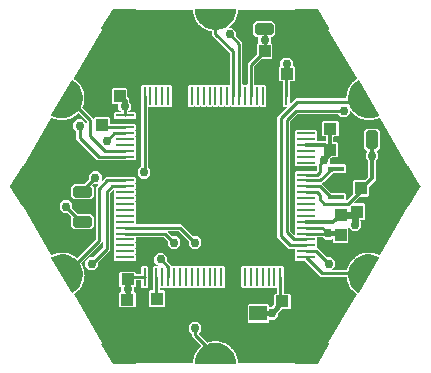
<source format=gbr>
G04 EAGLE Gerber RS-274X export*
G75*
%MOMM*%
%FSLAX34Y34*%
%LPD*%
%INBottom Copper*%
%IPPOS*%
%AMOC8*
5,1,8,0,0,1.08239X$1,22.5*%
G01*
%ADD10R,1.000000X1.100000*%
%ADD11R,1.500000X1.300000*%
%ADD12R,1.100000X1.000000*%
%ADD13C,0.499997*%
%ADD14C,1.000000*%
%ADD15R,1.399997X0.400000*%
%ADD16R,1.558800X0.280000*%
%ADD17R,0.280000X1.558800*%
%ADD18C,0.756400*%
%ADD19C,0.304800*%
%ADD20C,0.254000*%
%ADD21C,0.457200*%
%ADD22C,0.609600*%
%ADD23C,0.355600*%

G36*
X278630Y195708D02*
X278630Y195708D01*
X278658Y195706D01*
X278726Y195728D01*
X278797Y195742D01*
X278820Y195758D01*
X278847Y195767D01*
X278902Y195814D01*
X278961Y195855D01*
X278976Y195879D01*
X278998Y195897D01*
X279029Y195962D01*
X279068Y196022D01*
X279073Y196050D01*
X279085Y196076D01*
X279094Y196177D01*
X279101Y196219D01*
X279099Y196229D01*
X279100Y196242D01*
X279043Y196957D01*
X326766Y196957D01*
X326849Y196974D01*
X326933Y196985D01*
X326947Y196993D01*
X326962Y196996D01*
X327033Y197044D01*
X327105Y197087D01*
X327115Y197100D01*
X327128Y197109D01*
X327174Y197180D01*
X327225Y197248D01*
X327229Y197265D01*
X327237Y197277D01*
X327247Y197332D01*
X327271Y197422D01*
X327349Y198359D01*
X327341Y198425D01*
X327343Y198492D01*
X327329Y198527D01*
X327326Y198558D01*
X327302Y198601D01*
X327279Y198661D01*
X327265Y198684D01*
X327420Y199294D01*
X327421Y199332D01*
X327433Y199376D01*
X327485Y200003D01*
X327506Y200021D01*
X327548Y200073D01*
X327596Y200119D01*
X327611Y200153D01*
X327631Y200178D01*
X327644Y200225D01*
X327670Y200283D01*
X327961Y201433D01*
X327964Y201499D01*
X327977Y201565D01*
X327969Y201601D01*
X327971Y201633D01*
X327954Y201679D01*
X327942Y201742D01*
X327932Y201767D01*
X328185Y202343D01*
X328186Y202347D01*
X328187Y202350D01*
X328192Y202377D01*
X328193Y202380D01*
X328212Y202422D01*
X328366Y203032D01*
X328390Y203046D01*
X328439Y203091D01*
X328494Y203129D01*
X328515Y203159D01*
X328538Y203181D01*
X328559Y203225D01*
X328595Y203278D01*
X329071Y204364D01*
X329073Y204372D01*
X329077Y204379D01*
X329087Y204435D01*
X329108Y204491D01*
X329107Y204529D01*
X329114Y204559D01*
X329112Y204570D01*
X329113Y204576D01*
X329104Y204613D01*
X329103Y204671D01*
X329097Y204698D01*
X329441Y205225D01*
X329455Y205260D01*
X329481Y205299D01*
X329734Y205874D01*
X329759Y205884D01*
X329815Y205920D01*
X329876Y205949D01*
X329901Y205976D01*
X329928Y205993D01*
X329956Y206033D01*
X330000Y206080D01*
X330648Y207072D01*
X330673Y207134D01*
X330705Y207192D01*
X330711Y207229D01*
X330722Y207258D01*
X330721Y207307D01*
X330730Y207370D01*
X330729Y207398D01*
X331155Y207861D01*
X331175Y207893D01*
X331206Y207927D01*
X331550Y208453D01*
X331577Y208459D01*
X331639Y208485D01*
X331703Y208503D01*
X331732Y208525D01*
X331761Y208538D01*
X331796Y208573D01*
X331846Y208612D01*
X332649Y209484D01*
X332684Y209541D01*
X332726Y209593D01*
X332737Y209628D01*
X332753Y209655D01*
X332760Y209704D01*
X332779Y209765D01*
X332783Y209792D01*
X333279Y210178D01*
X333304Y210207D01*
X333341Y210235D01*
X333862Y210802D01*
X333911Y210882D01*
X333963Y210963D01*
X333963Y210968D01*
X333966Y210973D01*
X333980Y211066D01*
X333996Y211161D01*
X333995Y211166D01*
X333996Y211171D01*
X333972Y211263D01*
X333951Y211356D01*
X333947Y211361D01*
X333946Y211365D01*
X333920Y211400D01*
X333848Y211504D01*
X326135Y219216D01*
X326135Y221140D01*
X326134Y221148D01*
X326135Y221155D01*
X326114Y221245D01*
X326096Y221336D01*
X326091Y221343D01*
X326089Y221350D01*
X325987Y221498D01*
X323623Y223862D01*
X323623Y228258D01*
X326732Y231367D01*
X331128Y231367D01*
X334237Y228258D01*
X334237Y223862D01*
X332174Y221799D01*
X332171Y221795D01*
X332167Y221792D01*
X332116Y221712D01*
X332063Y221632D01*
X332062Y221627D01*
X332060Y221623D01*
X332044Y221529D01*
X332026Y221436D01*
X332027Y221430D01*
X332026Y221425D01*
X332048Y221333D01*
X332067Y221240D01*
X332070Y221235D01*
X332072Y221230D01*
X332174Y221082D01*
X339129Y214128D01*
X339205Y214077D01*
X339279Y214024D01*
X339288Y214022D01*
X339296Y214017D01*
X339385Y214000D01*
X339474Y213979D01*
X339484Y213981D01*
X339492Y213979D01*
X339543Y213990D01*
X339652Y214007D01*
X340604Y214333D01*
X340662Y214367D01*
X340723Y214393D01*
X340750Y214419D01*
X340777Y214435D01*
X340807Y214474D01*
X340852Y214519D01*
X340868Y214541D01*
X341489Y214644D01*
X341524Y214658D01*
X341570Y214665D01*
X342165Y214869D01*
X342189Y214857D01*
X342254Y214840D01*
X342315Y214815D01*
X342353Y214814D01*
X342383Y214806D01*
X342432Y214813D01*
X342496Y214812D01*
X343665Y215008D01*
X343727Y215031D01*
X343792Y215046D01*
X343823Y215068D01*
X343852Y215079D01*
X343887Y215113D01*
X343940Y215149D01*
X343959Y215169D01*
X344588Y215169D01*
X344626Y215176D01*
X344672Y215176D01*
X345292Y215279D01*
X345315Y215263D01*
X345375Y215236D01*
X345432Y215201D01*
X345469Y215194D01*
X345497Y215181D01*
X345547Y215180D01*
X345609Y215169D01*
X346795Y215169D01*
X346860Y215182D01*
X346927Y215186D01*
X346960Y215202D01*
X346991Y215208D01*
X347032Y215236D01*
X347089Y215263D01*
X347112Y215279D01*
X347732Y215176D01*
X347770Y215177D01*
X347816Y215169D01*
X348445Y215169D01*
X348464Y215149D01*
X348519Y215112D01*
X348570Y215068D01*
X348605Y215056D01*
X348631Y215038D01*
X348679Y215029D01*
X348739Y215008D01*
X349908Y214812D01*
X349975Y214815D01*
X350041Y214808D01*
X350077Y214818D01*
X350109Y214819D01*
X350153Y214840D01*
X350215Y214857D01*
X350239Y214869D01*
X350834Y214665D01*
X350872Y214660D01*
X350915Y214644D01*
X351536Y214541D01*
X351552Y214519D01*
X351600Y214473D01*
X351643Y214421D01*
X351675Y214403D01*
X351698Y214382D01*
X351744Y214365D01*
X351800Y214333D01*
X352921Y213949D01*
X352987Y213940D01*
X353051Y213922D01*
X353089Y213926D01*
X353120Y213922D01*
X353167Y213935D01*
X353231Y213942D01*
X353257Y213950D01*
X353810Y213651D01*
X353846Y213640D01*
X353887Y213617D01*
X354481Y213413D01*
X354494Y213388D01*
X354534Y213335D01*
X354567Y213277D01*
X354596Y213254D01*
X354615Y213229D01*
X354658Y213205D01*
X354708Y213165D01*
X355750Y212601D01*
X355814Y212581D01*
X355875Y212553D01*
X355912Y212551D01*
X355942Y212542D01*
X355991Y212547D01*
X356055Y212543D01*
X356082Y212547D01*
X356578Y212160D01*
X356612Y212143D01*
X356648Y212115D01*
X357201Y211815D01*
X357209Y211789D01*
X357241Y211730D01*
X357264Y211668D01*
X357288Y211640D01*
X357303Y211612D01*
X357341Y211581D01*
X357384Y211533D01*
X358319Y210805D01*
X358379Y210776D01*
X358434Y210738D01*
X358471Y210730D01*
X358499Y210716D01*
X358548Y210713D01*
X358610Y210699D01*
X358637Y210698D01*
X359063Y210235D01*
X359094Y210213D01*
X359125Y210178D01*
X359621Y209792D01*
X359625Y209765D01*
X359646Y209701D01*
X359658Y209636D01*
X359678Y209605D01*
X359688Y209575D01*
X359721Y209538D01*
X359755Y209484D01*
X360558Y208612D01*
X360612Y208573D01*
X360660Y208526D01*
X360694Y208512D01*
X360720Y208494D01*
X360768Y208483D01*
X360827Y208459D01*
X360854Y208453D01*
X361198Y207927D01*
X361224Y207900D01*
X361249Y207861D01*
X361675Y207398D01*
X361674Y207370D01*
X361684Y207305D01*
X361686Y207238D01*
X361700Y207204D01*
X361705Y207172D01*
X361731Y207131D01*
X361756Y207072D01*
X362404Y206080D01*
X362451Y206032D01*
X362491Y205979D01*
X362523Y205959D01*
X362545Y205937D01*
X362590Y205918D01*
X362645Y205884D01*
X362670Y205874D01*
X362923Y205299D01*
X362945Y205268D01*
X362963Y205225D01*
X363307Y204698D01*
X363301Y204671D01*
X363301Y204607D01*
X363291Y204555D01*
X363293Y204549D01*
X363291Y204539D01*
X363300Y204503D01*
X363300Y204471D01*
X363318Y204426D01*
X363333Y204364D01*
X363809Y203278D01*
X363848Y203223D01*
X363878Y203164D01*
X363906Y203140D01*
X363924Y203114D01*
X363966Y203088D01*
X364014Y203046D01*
X364038Y203032D01*
X364192Y202422D01*
X364209Y202388D01*
X364219Y202343D01*
X364472Y201767D01*
X364462Y201742D01*
X364450Y201676D01*
X364430Y201612D01*
X364433Y201575D01*
X364427Y201544D01*
X364438Y201496D01*
X364443Y201433D01*
X364734Y200283D01*
X364763Y200223D01*
X364783Y200160D01*
X364807Y200131D01*
X364820Y200103D01*
X364857Y200070D01*
X364898Y200021D01*
X364919Y200003D01*
X364971Y199376D01*
X364981Y199340D01*
X364984Y199294D01*
X365139Y198684D01*
X365125Y198661D01*
X365103Y198598D01*
X365072Y198538D01*
X365069Y198501D01*
X365058Y198471D01*
X365061Y198423D01*
X365055Y198359D01*
X365133Y197422D01*
X365156Y197341D01*
X365175Y197258D01*
X365184Y197245D01*
X365188Y197230D01*
X365242Y197164D01*
X365291Y197095D01*
X365304Y197086D01*
X365314Y197074D01*
X365389Y197033D01*
X365461Y196989D01*
X365478Y196986D01*
X365491Y196979D01*
X365547Y196973D01*
X365638Y196957D01*
X413361Y196957D01*
X413304Y196242D01*
X413308Y196213D01*
X413303Y196185D01*
X413320Y196116D01*
X413328Y196044D01*
X413343Y196020D01*
X413349Y195992D01*
X413392Y195934D01*
X413428Y195872D01*
X413450Y195855D01*
X413467Y195832D01*
X413529Y195795D01*
X413586Y195752D01*
X413614Y195745D01*
X413638Y195730D01*
X413738Y195714D01*
X413779Y195703D01*
X413789Y195705D01*
X413802Y195703D01*
X432802Y195703D01*
X432878Y195718D01*
X432956Y195727D01*
X432975Y195738D01*
X432997Y195742D01*
X433061Y195786D01*
X433129Y195825D01*
X433145Y195844D01*
X433161Y195855D01*
X433185Y195893D01*
X433235Y195953D01*
X442735Y212453D01*
X442744Y212480D01*
X442760Y212504D01*
X442775Y212574D01*
X442798Y212642D01*
X442795Y212670D01*
X442801Y212698D01*
X442788Y212769D01*
X442782Y212840D01*
X442769Y212865D01*
X442763Y212893D01*
X442723Y212953D01*
X442690Y213016D01*
X442668Y213034D01*
X442652Y213058D01*
X442569Y213116D01*
X442537Y213143D01*
X442526Y213146D01*
X442516Y213153D01*
X441888Y213450D01*
X465740Y254764D01*
X465767Y254844D01*
X465799Y254922D01*
X465799Y254938D01*
X465804Y254954D01*
X465798Y255038D01*
X465797Y255123D01*
X465791Y255137D01*
X465789Y255154D01*
X465751Y255229D01*
X465718Y255307D01*
X465705Y255319D01*
X465699Y255332D01*
X465656Y255369D01*
X465590Y255434D01*
X464810Y255976D01*
X464749Y256002D01*
X464692Y256037D01*
X464655Y256043D01*
X464626Y256055D01*
X464577Y256056D01*
X464514Y256066D01*
X464486Y256066D01*
X464036Y256505D01*
X464004Y256526D01*
X463971Y256558D01*
X463455Y256917D01*
X463450Y256944D01*
X463425Y257006D01*
X463409Y257071D01*
X463388Y257101D01*
X463376Y257130D01*
X463342Y257165D01*
X463305Y257217D01*
X462458Y258042D01*
X462402Y258078D01*
X462351Y258122D01*
X462316Y258134D01*
X462289Y258151D01*
X462241Y258159D01*
X462181Y258180D01*
X462153Y258184D01*
X461781Y258691D01*
X461753Y258717D01*
X461726Y258755D01*
X461276Y259193D01*
X461276Y259221D01*
X461262Y259286D01*
X461256Y259352D01*
X461240Y259386D01*
X461233Y259417D01*
X461205Y259457D01*
X461177Y259514D01*
X460478Y260467D01*
X460428Y260512D01*
X460386Y260563D01*
X460353Y260581D01*
X460330Y260602D01*
X460283Y260619D01*
X460227Y260649D01*
X460201Y260658D01*
X459918Y261219D01*
X459894Y261249D01*
X459874Y261290D01*
X459502Y261797D01*
X459506Y261825D01*
X459504Y261866D01*
X459509Y261895D01*
X459505Y261914D01*
X459509Y261958D01*
X459498Y261993D01*
X459496Y262025D01*
X459475Y262069D01*
X459457Y262130D01*
X458924Y263185D01*
X458883Y263238D01*
X458849Y263295D01*
X458819Y263318D01*
X458800Y263343D01*
X458757Y263367D01*
X458707Y263406D01*
X458682Y263419D01*
X458495Y264019D01*
X458477Y264052D01*
X458464Y264097D01*
X458180Y264658D01*
X458189Y264684D01*
X458197Y264750D01*
X458213Y264815D01*
X458209Y264852D01*
X458212Y264883D01*
X458199Y264930D01*
X458191Y264994D01*
X457839Y266122D01*
X457829Y266140D01*
X457827Y266149D01*
X457815Y266166D01*
X457807Y266181D01*
X457783Y266243D01*
X457758Y266270D01*
X457742Y266298D01*
X457704Y266328D01*
X457661Y266375D01*
X457639Y266392D01*
X457553Y267015D01*
X457540Y267051D01*
X457535Y267097D01*
X457347Y267697D01*
X457360Y267721D01*
X457377Y267780D01*
X457380Y267785D01*
X457382Y267792D01*
X457406Y267846D01*
X457407Y267884D01*
X457416Y267914D01*
X457411Y267957D01*
X457416Y267982D01*
X457412Y267999D01*
X457413Y268026D01*
X457252Y269197D01*
X457230Y269260D01*
X457216Y269326D01*
X457196Y269357D01*
X457186Y269387D01*
X457153Y269423D01*
X457118Y269477D01*
X457012Y269588D01*
X457000Y269597D01*
X456991Y269609D01*
X456918Y269655D01*
X456848Y269704D01*
X456834Y269707D01*
X456821Y269715D01*
X456692Y269739D01*
X456653Y269747D01*
X456648Y269746D01*
X456644Y269747D01*
X435487Y269747D01*
X433702Y271533D01*
X422106Y283129D01*
X422099Y283133D01*
X422095Y283139D01*
X422016Y283188D01*
X421939Y283240D01*
X421931Y283241D01*
X421925Y283245D01*
X421747Y283277D01*
X414559Y283277D01*
X413666Y284170D01*
X413666Y288234D01*
X413776Y288343D01*
X413779Y288348D01*
X413783Y288351D01*
X413834Y288431D01*
X413887Y288510D01*
X413888Y288515D01*
X413891Y288520D01*
X413907Y288614D01*
X413925Y288707D01*
X413923Y288712D01*
X413924Y288718D01*
X413903Y288810D01*
X413883Y288903D01*
X413880Y288908D01*
X413879Y288913D01*
X413776Y289061D01*
X413666Y289170D01*
X413666Y292900D01*
X413665Y292905D01*
X413666Y292910D01*
X413645Y293003D01*
X413627Y293097D01*
X413624Y293101D01*
X413623Y293106D01*
X413567Y293184D01*
X413514Y293262D01*
X413510Y293265D01*
X413507Y293269D01*
X413425Y293320D01*
X413346Y293372D01*
X413341Y293372D01*
X413336Y293375D01*
X413159Y293407D01*
X408506Y293407D01*
X398525Y303388D01*
X398525Y405018D01*
X406308Y412800D01*
X406309Y412803D01*
X406312Y412804D01*
X406364Y412885D01*
X406419Y412967D01*
X406419Y412970D01*
X406421Y412972D01*
X406438Y413068D01*
X406457Y413164D01*
X406456Y413167D01*
X406456Y413169D01*
X406435Y413266D01*
X406415Y413360D01*
X406413Y413362D01*
X406413Y413365D01*
X406356Y413445D01*
X406301Y413525D01*
X406298Y413526D01*
X406297Y413528D01*
X406214Y413580D01*
X406131Y413632D01*
X406129Y413633D01*
X406127Y413634D01*
X405949Y413666D01*
X404170Y413666D01*
X403277Y414559D01*
X403277Y431416D01*
X403318Y431482D01*
X403370Y431559D01*
X403371Y431567D01*
X403375Y431573D01*
X403407Y431751D01*
X403407Y434674D01*
X403406Y434679D01*
X403407Y434684D01*
X403386Y434777D01*
X403368Y434871D01*
X403365Y434875D01*
X403364Y434880D01*
X403308Y434958D01*
X403255Y435036D01*
X403251Y435039D01*
X403248Y435043D01*
X403166Y435094D01*
X403087Y435146D01*
X403082Y435146D01*
X403077Y435149D01*
X402900Y435181D01*
X400658Y435181D01*
X399765Y436074D01*
X399765Y447338D01*
X400676Y448249D01*
X400689Y448252D01*
X400783Y448270D01*
X400787Y448273D01*
X400792Y448274D01*
X400870Y448330D01*
X400948Y448383D01*
X400951Y448387D01*
X400955Y448390D01*
X401006Y448472D01*
X401058Y448551D01*
X401058Y448556D01*
X401061Y448561D01*
X401093Y448738D01*
X401093Y452148D01*
X404202Y455257D01*
X408598Y455257D01*
X411707Y452148D01*
X411707Y448738D01*
X411708Y448733D01*
X411707Y448728D01*
X411728Y448635D01*
X411746Y448541D01*
X411749Y448537D01*
X411750Y448532D01*
X411806Y448454D01*
X411859Y448376D01*
X411863Y448373D01*
X411866Y448369D01*
X411948Y448318D01*
X412027Y448266D01*
X412032Y448266D01*
X412037Y448263D01*
X412214Y448231D01*
X412922Y448231D01*
X413815Y447338D01*
X413815Y436074D01*
X412922Y435181D01*
X409504Y435181D01*
X409499Y435180D01*
X409494Y435181D01*
X409401Y435160D01*
X409307Y435142D01*
X409303Y435139D01*
X409298Y435138D01*
X409220Y435082D01*
X409142Y435029D01*
X409139Y435025D01*
X409135Y435022D01*
X409084Y434940D01*
X409032Y434861D01*
X409032Y434856D01*
X409029Y434851D01*
X408997Y434674D01*
X408997Y431751D01*
X408998Y431743D01*
X408997Y431735D01*
X409018Y431645D01*
X409036Y431554D01*
X409041Y431548D01*
X409043Y431540D01*
X409127Y431419D01*
X409127Y416844D01*
X409127Y416841D01*
X409127Y416839D01*
X409147Y416744D01*
X409166Y416647D01*
X409168Y416645D01*
X409168Y416642D01*
X409224Y416562D01*
X409279Y416481D01*
X409281Y416480D01*
X409283Y416478D01*
X409366Y416425D01*
X409447Y416372D01*
X409450Y416372D01*
X409452Y416370D01*
X409548Y416354D01*
X409644Y416337D01*
X409647Y416337D01*
X409649Y416337D01*
X409744Y416359D01*
X409840Y416380D01*
X409842Y416382D01*
X409845Y416382D01*
X409993Y416485D01*
X412347Y418839D01*
X414132Y420625D01*
X456642Y420625D01*
X456654Y420627D01*
X456666Y420625D01*
X456752Y420647D01*
X456838Y420664D01*
X456849Y420671D01*
X456861Y420674D01*
X456931Y420727D01*
X457004Y420777D01*
X457011Y420788D01*
X457021Y420795D01*
X457065Y420871D01*
X457113Y420945D01*
X457115Y420957D01*
X457122Y420968D01*
X457144Y421117D01*
X457149Y421142D01*
X457148Y421144D01*
X457149Y421146D01*
X457146Y421258D01*
X457131Y421323D01*
X457124Y421390D01*
X457107Y421423D01*
X457100Y421454D01*
X457072Y421493D01*
X457043Y421550D01*
X457026Y421572D01*
X457112Y422195D01*
X457110Y422233D01*
X457117Y422279D01*
X457099Y422907D01*
X457118Y422927D01*
X457153Y422984D01*
X457196Y423035D01*
X457207Y423071D01*
X457224Y423097D01*
X457232Y423146D01*
X457252Y423207D01*
X457413Y424378D01*
X457409Y424444D01*
X457414Y424511D01*
X457403Y424546D01*
X457401Y424578D01*
X457379Y424622D01*
X457360Y424683D01*
X457347Y424707D01*
X457535Y425307D01*
X457539Y425345D01*
X457553Y425389D01*
X457639Y426012D01*
X457661Y426029D01*
X457705Y426079D01*
X457755Y426122D01*
X457773Y426155D01*
X457794Y426179D01*
X457809Y426225D01*
X457839Y426282D01*
X458191Y427410D01*
X458198Y427477D01*
X458214Y427542D01*
X458208Y427578D01*
X458212Y427610D01*
X458197Y427657D01*
X458189Y427720D01*
X458180Y427746D01*
X458464Y428307D01*
X458474Y428344D01*
X458495Y428385D01*
X458682Y428985D01*
X458707Y428998D01*
X458759Y429040D01*
X458815Y429075D01*
X458838Y429104D01*
X458862Y429124D01*
X458886Y429168D01*
X458924Y429219D01*
X459457Y430274D01*
X459475Y430338D01*
X459501Y430399D01*
X459502Y430437D01*
X459510Y430467D01*
X459504Y430516D01*
X459506Y430579D01*
X459502Y430607D01*
X459874Y431114D01*
X459890Y431148D01*
X459918Y431185D01*
X460201Y431746D01*
X460227Y431755D01*
X460285Y431788D01*
X460347Y431813D01*
X460374Y431838D01*
X460401Y431854D01*
X460431Y431893D01*
X460478Y431937D01*
X461177Y432890D01*
X461205Y432950D01*
X461241Y433006D01*
X461248Y433043D01*
X461262Y433072D01*
X461263Y433120D01*
X461276Y433183D01*
X461276Y433211D01*
X461726Y433649D01*
X461748Y433681D01*
X461781Y433713D01*
X462153Y434220D01*
X462181Y434224D01*
X462243Y434247D01*
X462308Y434261D01*
X462339Y434282D01*
X462369Y434293D01*
X462405Y434326D01*
X462458Y434362D01*
X463305Y435187D01*
X463342Y435242D01*
X463387Y435291D01*
X463400Y435326D01*
X463418Y435352D01*
X463428Y435400D01*
X463450Y435460D01*
X463455Y435487D01*
X463971Y435846D01*
X463998Y435873D01*
X464036Y435899D01*
X464486Y436338D01*
X464514Y436338D01*
X464579Y436350D01*
X464646Y436353D01*
X464680Y436369D01*
X464711Y436375D01*
X464752Y436402D01*
X464810Y436428D01*
X465590Y436970D01*
X465649Y437031D01*
X465659Y437038D01*
X465663Y437045D01*
X465711Y437088D01*
X465718Y437103D01*
X465729Y437115D01*
X465758Y437190D01*
X465769Y437206D01*
X465771Y437218D01*
X465795Y437270D01*
X465795Y437287D01*
X465801Y437302D01*
X465799Y437373D01*
X465804Y437404D01*
X465800Y437424D01*
X465801Y437471D01*
X465795Y437487D01*
X465795Y437502D01*
X465772Y437553D01*
X465770Y437558D01*
X465761Y437599D01*
X465749Y437615D01*
X465740Y437640D01*
X441888Y478954D01*
X442516Y479251D01*
X442538Y479268D01*
X442565Y479278D01*
X442617Y479327D01*
X442675Y479370D01*
X442689Y479395D01*
X442710Y479414D01*
X442739Y479480D01*
X442775Y479542D01*
X442778Y479570D01*
X442790Y479596D01*
X442791Y479668D01*
X442800Y479739D01*
X442792Y479766D01*
X442793Y479795D01*
X442757Y479890D01*
X442746Y479930D01*
X442739Y479939D01*
X442735Y479951D01*
X433235Y496451D01*
X433183Y496510D01*
X433137Y496572D01*
X433118Y496583D01*
X433103Y496600D01*
X433033Y496634D01*
X432966Y496674D01*
X432942Y496678D01*
X432924Y496686D01*
X432879Y496688D01*
X432802Y496701D01*
X413802Y496701D01*
X413774Y496696D01*
X413746Y496698D01*
X413678Y496676D01*
X413607Y496662D01*
X413584Y496646D01*
X413557Y496637D01*
X413502Y496590D01*
X413443Y496549D01*
X413428Y496525D01*
X413407Y496507D01*
X413375Y496442D01*
X413336Y496382D01*
X413331Y496354D01*
X413319Y496328D01*
X413310Y496227D01*
X413303Y496185D01*
X413305Y496175D01*
X413304Y496162D01*
X413361Y495447D01*
X365638Y495447D01*
X365555Y495430D01*
X365471Y495419D01*
X365457Y495411D01*
X365442Y495408D01*
X365371Y495360D01*
X365299Y495317D01*
X365289Y495304D01*
X365276Y495295D01*
X365230Y495224D01*
X365179Y495156D01*
X365175Y495139D01*
X365167Y495127D01*
X365157Y495072D01*
X365133Y494982D01*
X365055Y494045D01*
X365063Y493979D01*
X365061Y493912D01*
X365075Y493877D01*
X365078Y493846D01*
X365102Y493803D01*
X365125Y493743D01*
X365139Y493720D01*
X364984Y493110D01*
X364983Y493072D01*
X364971Y493028D01*
X364919Y492401D01*
X364898Y492383D01*
X364856Y492331D01*
X364808Y492285D01*
X364793Y492251D01*
X364773Y492226D01*
X364760Y492179D01*
X364734Y492121D01*
X364443Y490971D01*
X364440Y490905D01*
X364427Y490839D01*
X364435Y490803D01*
X364433Y490771D01*
X364450Y490725D01*
X364462Y490662D01*
X364472Y490637D01*
X364219Y490061D01*
X364211Y490024D01*
X364192Y489982D01*
X364038Y489372D01*
X364014Y489358D01*
X363965Y489313D01*
X363910Y489275D01*
X363889Y489245D01*
X363866Y489223D01*
X363845Y489179D01*
X363809Y489126D01*
X363333Y488040D01*
X363319Y487975D01*
X363296Y487913D01*
X363297Y487875D01*
X363290Y487845D01*
X363299Y487796D01*
X363301Y487733D01*
X363307Y487706D01*
X362963Y487179D01*
X362949Y487144D01*
X362923Y487105D01*
X362670Y486530D01*
X362645Y486520D01*
X362589Y486484D01*
X362528Y486455D01*
X362503Y486428D01*
X362476Y486411D01*
X362448Y486371D01*
X362404Y486324D01*
X361756Y485332D01*
X361737Y485284D01*
X361722Y485262D01*
X361720Y485251D01*
X361699Y485212D01*
X361693Y485175D01*
X361682Y485146D01*
X361683Y485097D01*
X361674Y485034D01*
X361675Y485006D01*
X361249Y484543D01*
X361229Y484511D01*
X361198Y484477D01*
X360854Y483951D01*
X360827Y483945D01*
X360766Y483919D01*
X360701Y483901D01*
X360672Y483879D01*
X360643Y483866D01*
X360609Y483831D01*
X360558Y483792D01*
X359755Y482920D01*
X359720Y482863D01*
X359678Y482811D01*
X359667Y482776D01*
X359651Y482749D01*
X359644Y482700D01*
X359625Y482639D01*
X359621Y482612D01*
X359125Y482226D01*
X359100Y482197D01*
X359063Y482169D01*
X358637Y481706D01*
X358610Y481705D01*
X358545Y481689D01*
X358479Y481682D01*
X358446Y481665D01*
X358415Y481658D01*
X358376Y481628D01*
X358319Y481599D01*
X357800Y481194D01*
X357777Y481168D01*
X357749Y481149D01*
X357713Y481093D01*
X357669Y481042D01*
X357658Y481010D01*
X357640Y480981D01*
X357628Y480915D01*
X357607Y480852D01*
X357610Y480817D01*
X357604Y480784D01*
X357619Y480718D01*
X357624Y480652D01*
X357640Y480622D01*
X357648Y480588D01*
X357686Y480533D01*
X357717Y480474D01*
X357744Y480453D01*
X357764Y480425D01*
X357821Y480389D01*
X357872Y480347D01*
X357905Y480337D01*
X357934Y480319D01*
X358011Y480305D01*
X358064Y480289D01*
X358086Y480291D01*
X358111Y480287D01*
X360338Y480287D01*
X363447Y477178D01*
X363447Y473836D01*
X363448Y473828D01*
X363447Y473820D01*
X363468Y473730D01*
X363486Y473639D01*
X363491Y473633D01*
X363493Y473625D01*
X363595Y473477D01*
X368997Y468076D01*
X368997Y432811D01*
X368998Y432806D01*
X368997Y432801D01*
X369018Y432708D01*
X369036Y432614D01*
X369039Y432610D01*
X369040Y432605D01*
X369096Y432527D01*
X369149Y432449D01*
X369153Y432446D01*
X369156Y432442D01*
X369238Y432391D01*
X369317Y432339D01*
X369322Y432339D01*
X369327Y432336D01*
X369504Y432304D01*
X372900Y432304D01*
X372905Y432305D01*
X372910Y432304D01*
X373003Y432325D01*
X373097Y432343D01*
X373101Y432346D01*
X373106Y432347D01*
X373184Y432403D01*
X373262Y432456D01*
X373265Y432460D01*
X373269Y432463D01*
X373320Y432545D01*
X373372Y432624D01*
X373372Y432629D01*
X373375Y432634D01*
X373407Y432811D01*
X373407Y450195D01*
X381247Y458035D01*
X381251Y458042D01*
X381258Y458046D01*
X381307Y458125D01*
X381358Y458202D01*
X381359Y458210D01*
X381364Y458216D01*
X381396Y458394D01*
X381396Y466888D01*
X382382Y467874D01*
X382390Y467880D01*
X382469Y467933D01*
X382472Y467937D01*
X382476Y467940D01*
X382526Y468022D01*
X382578Y468101D01*
X382579Y468106D01*
X382582Y468111D01*
X382614Y468288D01*
X382614Y472266D01*
X382613Y472271D01*
X382614Y472276D01*
X382593Y472369D01*
X382574Y472463D01*
X382571Y472467D01*
X382570Y472472D01*
X382515Y472550D01*
X382461Y472628D01*
X382457Y472631D01*
X382454Y472636D01*
X382373Y472686D01*
X382293Y472738D01*
X382288Y472739D01*
X382284Y472741D01*
X382106Y472773D01*
X380183Y472773D01*
X377825Y475131D01*
X377825Y483465D01*
X380183Y485823D01*
X394517Y485823D01*
X396875Y483465D01*
X396875Y475131D01*
X394517Y472773D01*
X393734Y472773D01*
X393729Y472772D01*
X393724Y472773D01*
X393631Y472752D01*
X393538Y472734D01*
X393533Y472731D01*
X393528Y472730D01*
X393451Y472674D01*
X393372Y472621D01*
X393369Y472617D01*
X393365Y472614D01*
X393314Y472532D01*
X393263Y472453D01*
X393262Y472448D01*
X393259Y472443D01*
X393227Y472266D01*
X393227Y468288D01*
X393228Y468283D01*
X393227Y468278D01*
X393248Y468185D01*
X393267Y468091D01*
X393270Y468087D01*
X393271Y468082D01*
X393326Y468004D01*
X393379Y467926D01*
X393384Y467923D01*
X393387Y467919D01*
X393459Y467874D01*
X394445Y466888D01*
X394445Y454624D01*
X393552Y453731D01*
X385058Y453731D01*
X385050Y453730D01*
X385043Y453731D01*
X384953Y453710D01*
X384862Y453692D01*
X384855Y453687D01*
X384847Y453685D01*
X384699Y453583D01*
X379145Y448029D01*
X379141Y448022D01*
X379135Y448017D01*
X379086Y447939D01*
X379034Y447862D01*
X379033Y447854D01*
X379029Y447847D01*
X378997Y447670D01*
X378997Y432811D01*
X378998Y432806D01*
X378997Y432801D01*
X379018Y432708D01*
X379036Y432614D01*
X379039Y432610D01*
X379040Y432605D01*
X379096Y432527D01*
X379149Y432449D01*
X379153Y432446D01*
X379156Y432442D01*
X379238Y432391D01*
X379317Y432339D01*
X379322Y432339D01*
X379327Y432336D01*
X379504Y432304D01*
X383234Y432304D01*
X383343Y432194D01*
X383348Y432191D01*
X383351Y432187D01*
X383432Y432135D01*
X383510Y432083D01*
X383515Y432082D01*
X383520Y432079D01*
X383614Y432063D01*
X383707Y432045D01*
X383712Y432047D01*
X383717Y432046D01*
X383810Y432067D01*
X383903Y432087D01*
X383907Y432090D01*
X383913Y432091D01*
X384061Y432194D01*
X384170Y432304D01*
X388234Y432304D01*
X389127Y431411D01*
X389127Y414559D01*
X388234Y413666D01*
X384170Y413666D01*
X384061Y413776D01*
X384056Y413779D01*
X384053Y413783D01*
X383973Y413834D01*
X383894Y413887D01*
X383889Y413888D01*
X383884Y413891D01*
X383790Y413907D01*
X383697Y413925D01*
X383692Y413923D01*
X383686Y413924D01*
X383594Y413903D01*
X383501Y413883D01*
X383496Y413880D01*
X383491Y413879D01*
X383343Y413776D01*
X383234Y413666D01*
X379170Y413666D01*
X379061Y413776D01*
X379056Y413779D01*
X379053Y413783D01*
X378973Y413834D01*
X378894Y413887D01*
X378889Y413888D01*
X378884Y413891D01*
X378790Y413907D01*
X378697Y413925D01*
X378692Y413923D01*
X378686Y413924D01*
X378594Y413903D01*
X378501Y413883D01*
X378496Y413880D01*
X378491Y413879D01*
X378343Y413776D01*
X378234Y413666D01*
X374170Y413666D01*
X374061Y413776D01*
X374056Y413779D01*
X374053Y413783D01*
X373973Y413834D01*
X373894Y413887D01*
X373889Y413888D01*
X373884Y413891D01*
X373790Y413907D01*
X373697Y413925D01*
X373692Y413923D01*
X373686Y413924D01*
X373594Y413903D01*
X373501Y413883D01*
X373496Y413880D01*
X373491Y413879D01*
X373343Y413776D01*
X373234Y413666D01*
X369170Y413666D01*
X369061Y413776D01*
X369056Y413779D01*
X369053Y413783D01*
X368973Y413834D01*
X368894Y413887D01*
X368889Y413888D01*
X368884Y413891D01*
X368790Y413907D01*
X368697Y413925D01*
X368692Y413923D01*
X368686Y413924D01*
X368594Y413903D01*
X368501Y413883D01*
X368496Y413880D01*
X368491Y413879D01*
X368343Y413776D01*
X368234Y413666D01*
X364170Y413666D01*
X364061Y413776D01*
X364056Y413779D01*
X364053Y413783D01*
X363973Y413834D01*
X363894Y413887D01*
X363889Y413888D01*
X363884Y413891D01*
X363790Y413907D01*
X363697Y413925D01*
X363692Y413923D01*
X363686Y413924D01*
X363594Y413903D01*
X363501Y413883D01*
X363496Y413880D01*
X363491Y413879D01*
X363343Y413776D01*
X363234Y413666D01*
X359170Y413666D01*
X359061Y413776D01*
X359056Y413779D01*
X359053Y413783D01*
X358973Y413834D01*
X358894Y413887D01*
X358889Y413888D01*
X358884Y413891D01*
X358790Y413907D01*
X358697Y413925D01*
X358692Y413923D01*
X358686Y413924D01*
X358594Y413903D01*
X358501Y413883D01*
X358496Y413880D01*
X358491Y413879D01*
X358343Y413776D01*
X358234Y413666D01*
X354170Y413666D01*
X354061Y413776D01*
X354056Y413779D01*
X354053Y413783D01*
X353973Y413834D01*
X353894Y413887D01*
X353889Y413888D01*
X353884Y413891D01*
X353790Y413907D01*
X353697Y413925D01*
X353692Y413923D01*
X353686Y413924D01*
X353594Y413903D01*
X353501Y413883D01*
X353496Y413880D01*
X353491Y413879D01*
X353343Y413776D01*
X353234Y413666D01*
X349170Y413666D01*
X349061Y413776D01*
X349056Y413779D01*
X349053Y413783D01*
X348973Y413834D01*
X348894Y413887D01*
X348889Y413888D01*
X348884Y413891D01*
X348790Y413907D01*
X348697Y413925D01*
X348692Y413923D01*
X348686Y413924D01*
X348594Y413903D01*
X348501Y413883D01*
X348496Y413880D01*
X348491Y413879D01*
X348343Y413776D01*
X348234Y413666D01*
X344170Y413666D01*
X344061Y413776D01*
X344056Y413779D01*
X344053Y413783D01*
X343973Y413834D01*
X343894Y413887D01*
X343889Y413888D01*
X343884Y413891D01*
X343790Y413907D01*
X343697Y413925D01*
X343692Y413923D01*
X343686Y413924D01*
X343594Y413903D01*
X343501Y413883D01*
X343496Y413880D01*
X343491Y413879D01*
X343343Y413776D01*
X343234Y413666D01*
X339170Y413666D01*
X339061Y413776D01*
X339056Y413779D01*
X339053Y413783D01*
X338973Y413834D01*
X338894Y413887D01*
X338889Y413888D01*
X338884Y413891D01*
X338790Y413907D01*
X338697Y413925D01*
X338692Y413923D01*
X338686Y413924D01*
X338594Y413903D01*
X338501Y413883D01*
X338496Y413880D01*
X338491Y413879D01*
X338343Y413776D01*
X338234Y413666D01*
X334170Y413666D01*
X334061Y413776D01*
X334056Y413779D01*
X334053Y413783D01*
X333973Y413834D01*
X333894Y413887D01*
X333889Y413888D01*
X333884Y413891D01*
X333790Y413907D01*
X333697Y413925D01*
X333692Y413923D01*
X333686Y413924D01*
X333594Y413903D01*
X333501Y413883D01*
X333496Y413880D01*
X333491Y413879D01*
X333343Y413776D01*
X333234Y413666D01*
X329170Y413666D01*
X329061Y413776D01*
X329056Y413779D01*
X329053Y413783D01*
X328973Y413834D01*
X328894Y413887D01*
X328889Y413888D01*
X328884Y413891D01*
X328790Y413907D01*
X328697Y413925D01*
X328692Y413923D01*
X328686Y413924D01*
X328594Y413903D01*
X328501Y413883D01*
X328496Y413880D01*
X328491Y413879D01*
X328343Y413776D01*
X328234Y413666D01*
X324170Y413666D01*
X323277Y414559D01*
X323277Y431411D01*
X324170Y432304D01*
X328234Y432304D01*
X328343Y432194D01*
X328348Y432191D01*
X328351Y432187D01*
X328432Y432135D01*
X328510Y432083D01*
X328515Y432082D01*
X328520Y432079D01*
X328614Y432063D01*
X328707Y432045D01*
X328712Y432047D01*
X328717Y432046D01*
X328810Y432067D01*
X328903Y432087D01*
X328907Y432090D01*
X328913Y432091D01*
X329061Y432194D01*
X329170Y432304D01*
X333234Y432304D01*
X333343Y432194D01*
X333348Y432191D01*
X333351Y432187D01*
X333432Y432135D01*
X333510Y432083D01*
X333515Y432082D01*
X333520Y432079D01*
X333614Y432063D01*
X333707Y432045D01*
X333712Y432047D01*
X333717Y432046D01*
X333810Y432067D01*
X333903Y432087D01*
X333907Y432090D01*
X333913Y432091D01*
X334061Y432194D01*
X334170Y432304D01*
X338234Y432304D01*
X338343Y432194D01*
X338348Y432191D01*
X338351Y432187D01*
X338432Y432135D01*
X338510Y432083D01*
X338515Y432082D01*
X338520Y432079D01*
X338614Y432063D01*
X338707Y432045D01*
X338712Y432047D01*
X338717Y432046D01*
X338810Y432067D01*
X338903Y432087D01*
X338907Y432090D01*
X338913Y432091D01*
X339061Y432194D01*
X339170Y432304D01*
X343234Y432304D01*
X343343Y432194D01*
X343348Y432191D01*
X343351Y432187D01*
X343432Y432135D01*
X343510Y432083D01*
X343515Y432082D01*
X343520Y432079D01*
X343614Y432063D01*
X343707Y432045D01*
X343712Y432047D01*
X343717Y432046D01*
X343810Y432067D01*
X343903Y432087D01*
X343907Y432090D01*
X343913Y432091D01*
X344061Y432194D01*
X344170Y432304D01*
X348234Y432304D01*
X348343Y432194D01*
X348348Y432191D01*
X348351Y432187D01*
X348432Y432135D01*
X348510Y432083D01*
X348515Y432082D01*
X348520Y432079D01*
X348614Y432063D01*
X348707Y432045D01*
X348712Y432047D01*
X348717Y432046D01*
X348810Y432067D01*
X348903Y432087D01*
X348907Y432090D01*
X348913Y432091D01*
X349061Y432194D01*
X349170Y432304D01*
X353234Y432304D01*
X353343Y432194D01*
X353348Y432191D01*
X353351Y432187D01*
X353432Y432135D01*
X353510Y432083D01*
X353515Y432082D01*
X353520Y432079D01*
X353614Y432063D01*
X353707Y432045D01*
X353712Y432047D01*
X353717Y432046D01*
X353810Y432067D01*
X353903Y432087D01*
X353907Y432090D01*
X353913Y432091D01*
X354061Y432194D01*
X354170Y432304D01*
X357900Y432304D01*
X357905Y432305D01*
X357910Y432304D01*
X358003Y432325D01*
X358097Y432343D01*
X358101Y432346D01*
X358106Y432347D01*
X358184Y432403D01*
X358262Y432456D01*
X358265Y432460D01*
X358269Y432463D01*
X358320Y432545D01*
X358372Y432624D01*
X358372Y432629D01*
X358375Y432634D01*
X358407Y432811D01*
X358407Y459120D01*
X358406Y459128D01*
X358407Y459136D01*
X358386Y459226D01*
X358368Y459317D01*
X358363Y459323D01*
X358361Y459331D01*
X358259Y459479D01*
X343407Y474330D01*
X343407Y477010D01*
X343395Y477073D01*
X343391Y477137D01*
X343375Y477170D01*
X343368Y477206D01*
X343332Y477259D01*
X343304Y477317D01*
X343276Y477341D01*
X343255Y477372D01*
X343201Y477407D01*
X343153Y477449D01*
X343115Y477463D01*
X343087Y477481D01*
X343041Y477490D01*
X342984Y477510D01*
X342496Y477592D01*
X342429Y477589D01*
X342363Y477596D01*
X342327Y477586D01*
X342295Y477585D01*
X342251Y477564D01*
X342189Y477547D01*
X342165Y477535D01*
X341570Y477739D01*
X341532Y477744D01*
X341489Y477760D01*
X340868Y477863D01*
X340852Y477885D01*
X340804Y477931D01*
X340761Y477983D01*
X340729Y478001D01*
X340706Y478022D01*
X340660Y478039D01*
X340604Y478071D01*
X339483Y478455D01*
X339417Y478464D01*
X339353Y478482D01*
X339331Y478479D01*
X339325Y478480D01*
X339310Y478480D01*
X339304Y478479D01*
X339284Y478482D01*
X339237Y478469D01*
X339173Y478462D01*
X339147Y478454D01*
X338594Y478753D01*
X338558Y478764D01*
X338517Y478787D01*
X337923Y478991D01*
X337910Y479016D01*
X337870Y479069D01*
X337837Y479127D01*
X337808Y479150D01*
X337789Y479175D01*
X337746Y479199D01*
X337696Y479239D01*
X336654Y479803D01*
X336590Y479823D01*
X336529Y479851D01*
X336492Y479853D01*
X336462Y479862D01*
X336413Y479857D01*
X336349Y479861D01*
X336322Y479857D01*
X335826Y480244D01*
X335792Y480261D01*
X335756Y480289D01*
X335203Y480589D01*
X335195Y480615D01*
X335163Y480674D01*
X335140Y480736D01*
X335116Y480764D01*
X335101Y480792D01*
X335063Y480823D01*
X335020Y480871D01*
X334085Y481599D01*
X334025Y481628D01*
X333970Y481666D01*
X333933Y481674D01*
X333905Y481688D01*
X333856Y481691D01*
X333794Y481705D01*
X333767Y481706D01*
X333341Y482169D01*
X333310Y482191D01*
X333279Y482226D01*
X332783Y482612D01*
X332779Y482639D01*
X332758Y482703D01*
X332746Y482768D01*
X332726Y482799D01*
X332716Y482829D01*
X332683Y482866D01*
X332649Y482920D01*
X331846Y483792D01*
X331792Y483831D01*
X331744Y483878D01*
X331710Y483892D01*
X331684Y483910D01*
X331636Y483921D01*
X331577Y483945D01*
X331550Y483951D01*
X331206Y484477D01*
X331180Y484504D01*
X331155Y484543D01*
X330729Y485006D01*
X330730Y485034D01*
X330720Y485099D01*
X330718Y485166D01*
X330704Y485200D01*
X330699Y485232D01*
X330677Y485267D01*
X330674Y485281D01*
X330664Y485295D01*
X330648Y485332D01*
X330000Y486324D01*
X329953Y486372D01*
X329913Y486425D01*
X329881Y486445D01*
X329859Y486467D01*
X329814Y486486D01*
X329759Y486520D01*
X329734Y486530D01*
X329481Y487105D01*
X329459Y487136D01*
X329441Y487179D01*
X329097Y487706D01*
X329103Y487733D01*
X329103Y487799D01*
X329113Y487865D01*
X329104Y487901D01*
X329104Y487933D01*
X329086Y487978D01*
X329071Y488040D01*
X328595Y489126D01*
X328556Y489181D01*
X328526Y489240D01*
X328498Y489264D01*
X328480Y489290D01*
X328438Y489316D01*
X328390Y489358D01*
X328366Y489372D01*
X328212Y489982D01*
X328195Y490016D01*
X328185Y490061D01*
X327932Y490637D01*
X327942Y490662D01*
X327954Y490728D01*
X327974Y490792D01*
X327971Y490829D01*
X327977Y490860D01*
X327966Y490908D01*
X327961Y490971D01*
X327670Y492121D01*
X327641Y492181D01*
X327621Y492244D01*
X327597Y492273D01*
X327584Y492301D01*
X327547Y492334D01*
X327506Y492383D01*
X327485Y492401D01*
X327433Y493028D01*
X327423Y493064D01*
X327420Y493110D01*
X327265Y493720D01*
X327279Y493744D01*
X327301Y493806D01*
X327332Y493866D01*
X327335Y493903D01*
X327346Y493933D01*
X327343Y493981D01*
X327349Y494045D01*
X327271Y494982D01*
X327248Y495063D01*
X327229Y495146D01*
X327220Y495159D01*
X327216Y495174D01*
X327163Y495240D01*
X327113Y495309D01*
X327100Y495318D01*
X327090Y495330D01*
X327015Y495370D01*
X326943Y495415D01*
X326926Y495418D01*
X326913Y495425D01*
X326857Y495431D01*
X326766Y495447D01*
X279043Y495447D01*
X279100Y496162D01*
X279096Y496191D01*
X279101Y496219D01*
X279084Y496288D01*
X279076Y496360D01*
X279062Y496384D01*
X279055Y496412D01*
X279012Y496470D01*
X278977Y496532D01*
X278954Y496549D01*
X278937Y496572D01*
X278875Y496609D01*
X278818Y496652D01*
X278790Y496659D01*
X278766Y496674D01*
X278666Y496690D01*
X278625Y496701D01*
X278615Y496699D01*
X278602Y496701D01*
X259602Y496701D01*
X259526Y496686D01*
X259448Y496677D01*
X259429Y496666D01*
X259407Y496662D01*
X259343Y496618D01*
X259275Y496579D01*
X259259Y496560D01*
X259243Y496549D01*
X259219Y496511D01*
X259169Y496451D01*
X249669Y479951D01*
X249660Y479924D01*
X249644Y479900D01*
X249629Y479830D01*
X249606Y479762D01*
X249609Y479734D01*
X249603Y479706D01*
X249617Y479636D01*
X249622Y479564D01*
X249635Y479539D01*
X249641Y479511D01*
X249681Y479451D01*
X249714Y479388D01*
X249736Y479370D01*
X249752Y479346D01*
X249835Y479288D01*
X249867Y479261D01*
X249878Y479258D01*
X249889Y479251D01*
X250516Y478954D01*
X226664Y437640D01*
X226652Y437606D01*
X226635Y437580D01*
X226628Y437538D01*
X226605Y437482D01*
X226605Y437466D01*
X226600Y437450D01*
X226603Y437403D01*
X226600Y437383D01*
X226606Y437354D01*
X226607Y437281D01*
X226613Y437267D01*
X226615Y437250D01*
X226641Y437199D01*
X226643Y437187D01*
X226654Y437172D01*
X226686Y437097D01*
X226699Y437085D01*
X226705Y437072D01*
X226748Y437035D01*
X226758Y437026D01*
X226759Y437024D01*
X226761Y437023D01*
X226814Y436970D01*
X227594Y436428D01*
X227655Y436402D01*
X227712Y436367D01*
X227749Y436361D01*
X227778Y436349D01*
X227827Y436348D01*
X227890Y436338D01*
X227918Y436338D01*
X228368Y435899D01*
X228400Y435878D01*
X228433Y435846D01*
X228949Y435487D01*
X228954Y435460D01*
X228979Y435398D01*
X228995Y435333D01*
X229016Y435303D01*
X229028Y435274D01*
X229062Y435239D01*
X229099Y435187D01*
X229946Y434362D01*
X230002Y434326D01*
X230053Y434282D01*
X230088Y434270D01*
X230115Y434253D01*
X230163Y434245D01*
X230223Y434224D01*
X230251Y434220D01*
X230623Y433713D01*
X230651Y433687D01*
X230678Y433649D01*
X231128Y433211D01*
X231128Y433183D01*
X231143Y433118D01*
X231148Y433052D01*
X231164Y433018D01*
X231171Y432987D01*
X231199Y432947D01*
X231227Y432890D01*
X231926Y431937D01*
X231976Y431892D01*
X232018Y431841D01*
X232051Y431823D01*
X232074Y431802D01*
X232121Y431785D01*
X232177Y431755D01*
X232203Y431746D01*
X232486Y431185D01*
X232510Y431155D01*
X232530Y431114D01*
X232902Y430607D01*
X232898Y430579D01*
X232901Y430513D01*
X232896Y430446D01*
X232906Y430411D01*
X232908Y430379D01*
X232929Y430335D01*
X232947Y430274D01*
X233480Y429219D01*
X233521Y429166D01*
X233555Y429109D01*
X233585Y429086D01*
X233604Y429061D01*
X233647Y429037D01*
X233697Y428998D01*
X233722Y428985D01*
X233909Y428385D01*
X233927Y428352D01*
X233940Y428307D01*
X234224Y427746D01*
X234215Y427720D01*
X234207Y427654D01*
X234191Y427589D01*
X234195Y427552D01*
X234192Y427521D01*
X234205Y427474D01*
X234213Y427410D01*
X234565Y426282D01*
X234597Y426223D01*
X234621Y426161D01*
X234646Y426134D01*
X234662Y426106D01*
X234700Y426076D01*
X234743Y426029D01*
X234765Y426012D01*
X234851Y425389D01*
X234864Y425353D01*
X234869Y425307D01*
X235057Y424707D01*
X235044Y424683D01*
X235025Y424619D01*
X234998Y424558D01*
X234997Y424520D01*
X234988Y424490D01*
X234993Y424442D01*
X234991Y424378D01*
X235152Y423207D01*
X235174Y423144D01*
X235188Y423078D01*
X235208Y423047D01*
X235218Y423017D01*
X235251Y422981D01*
X235286Y422927D01*
X235305Y422907D01*
X235287Y422279D01*
X235294Y422241D01*
X235292Y422195D01*
X235378Y421572D01*
X235361Y421550D01*
X235332Y421490D01*
X235295Y421435D01*
X235288Y421398D01*
X235274Y421370D01*
X235272Y421321D01*
X235258Y421258D01*
X235225Y420077D01*
X235236Y420011D01*
X235239Y419944D01*
X235254Y419910D01*
X235259Y419879D01*
X235285Y419838D01*
X235311Y419779D01*
X235327Y419756D01*
X235206Y419139D01*
X235206Y419101D01*
X235196Y419056D01*
X235179Y418427D01*
X235159Y418408D01*
X235120Y418354D01*
X235075Y418305D01*
X235061Y418270D01*
X235043Y418245D01*
X235032Y418197D01*
X235009Y418137D01*
X234782Y416977D01*
X234782Y416911D01*
X234774Y416845D01*
X234783Y416808D01*
X234783Y416777D01*
X234802Y416732D01*
X234818Y416670D01*
X234829Y416645D01*
X234608Y416056D01*
X234602Y416018D01*
X234585Y415975D01*
X234464Y415358D01*
X234442Y415343D01*
X234395Y415295D01*
X234342Y415255D01*
X234323Y415223D01*
X234301Y415200D01*
X234282Y415155D01*
X234250Y415100D01*
X233834Y413993D01*
X233824Y413927D01*
X233804Y413864D01*
X233807Y413826D01*
X233802Y413795D01*
X233814Y413748D01*
X233819Y413684D01*
X233826Y413657D01*
X233687Y413417D01*
X233675Y413379D01*
X233653Y413345D01*
X233643Y413285D01*
X233623Y413227D01*
X233626Y413187D01*
X233619Y413148D01*
X233633Y413088D01*
X233638Y413027D01*
X233656Y412992D01*
X233665Y412953D01*
X233705Y412895D01*
X233729Y412849D01*
X233750Y412831D01*
X233768Y412805D01*
X241039Y405533D01*
X242799Y403773D01*
X242802Y403772D01*
X242803Y403769D01*
X242884Y403717D01*
X242966Y403662D01*
X242969Y403662D01*
X242971Y403660D01*
X243067Y403643D01*
X243163Y403624D01*
X243166Y403625D01*
X243168Y403625D01*
X243265Y403646D01*
X243359Y403666D01*
X243361Y403668D01*
X243364Y403668D01*
X243444Y403725D01*
X243524Y403780D01*
X243525Y403783D01*
X243527Y403784D01*
X243578Y403866D01*
X243631Y403950D01*
X243632Y403952D01*
X243633Y403954D01*
X243643Y404009D01*
X244558Y404925D01*
X255822Y404925D01*
X256715Y404032D01*
X256715Y399504D01*
X256716Y399499D01*
X256715Y399494D01*
X256736Y399401D01*
X256754Y399307D01*
X256757Y399303D01*
X256758Y399298D01*
X256814Y399220D01*
X256867Y399142D01*
X256871Y399139D01*
X256874Y399135D01*
X256956Y399084D01*
X257035Y399032D01*
X257040Y399032D01*
X257045Y399029D01*
X257222Y398997D01*
X260653Y398997D01*
X260661Y398998D01*
X260669Y398997D01*
X260759Y399018D01*
X260850Y399036D01*
X260856Y399041D01*
X260864Y399043D01*
X260985Y399127D01*
X277845Y399127D01*
X278738Y398234D01*
X278738Y394170D01*
X278628Y394061D01*
X278625Y394056D01*
X278621Y394053D01*
X278570Y393973D01*
X278517Y393894D01*
X278516Y393889D01*
X278513Y393884D01*
X278497Y393790D01*
X278479Y393697D01*
X278481Y393692D01*
X278480Y393686D01*
X278501Y393594D01*
X278521Y393501D01*
X278524Y393496D01*
X278525Y393491D01*
X278628Y393343D01*
X278738Y393234D01*
X278738Y389170D01*
X278628Y389061D01*
X278625Y389056D01*
X278621Y389053D01*
X278570Y388973D01*
X278517Y388894D01*
X278516Y388889D01*
X278513Y388884D01*
X278497Y388790D01*
X278479Y388697D01*
X278481Y388692D01*
X278480Y388686D01*
X278501Y388594D01*
X278521Y388501D01*
X278524Y388496D01*
X278525Y388491D01*
X278628Y388343D01*
X278738Y388234D01*
X278738Y384170D01*
X278628Y384061D01*
X278625Y384056D01*
X278621Y384053D01*
X278570Y383973D01*
X278517Y383894D01*
X278516Y383889D01*
X278513Y383884D01*
X278497Y383790D01*
X278479Y383697D01*
X278481Y383692D01*
X278480Y383686D01*
X278501Y383594D01*
X278521Y383501D01*
X278524Y383496D01*
X278525Y383491D01*
X278628Y383343D01*
X278738Y383234D01*
X278738Y379170D01*
X278628Y379061D01*
X278625Y379056D01*
X278621Y379053D01*
X278570Y378973D01*
X278517Y378894D01*
X278516Y378889D01*
X278513Y378884D01*
X278497Y378790D01*
X278479Y378697D01*
X278481Y378692D01*
X278480Y378686D01*
X278501Y378594D01*
X278521Y378501D01*
X278524Y378496D01*
X278525Y378491D01*
X278628Y378343D01*
X278738Y378234D01*
X278738Y374170D01*
X278628Y374061D01*
X278625Y374056D01*
X278621Y374053D01*
X278570Y373973D01*
X278517Y373894D01*
X278516Y373889D01*
X278513Y373884D01*
X278497Y373790D01*
X278479Y373697D01*
X278481Y373692D01*
X278480Y373686D01*
X278501Y373594D01*
X278521Y373501D01*
X278524Y373496D01*
X278525Y373491D01*
X278628Y373343D01*
X278738Y373234D01*
X278738Y369170D01*
X277845Y368277D01*
X260988Y368277D01*
X260922Y368318D01*
X260845Y368370D01*
X260837Y368371D01*
X260831Y368375D01*
X260653Y368407D01*
X246130Y368407D01*
X228345Y386192D01*
X228345Y392590D01*
X228344Y392598D01*
X228345Y392605D01*
X228324Y392695D01*
X228306Y392786D01*
X228301Y392793D01*
X228299Y392800D01*
X228197Y392948D01*
X225833Y395312D01*
X225833Y399708D01*
X228942Y402817D01*
X233338Y402817D01*
X236369Y399785D01*
X236372Y399784D01*
X236373Y399782D01*
X236454Y399729D01*
X236536Y399675D01*
X236539Y399674D01*
X236541Y399673D01*
X236637Y399655D01*
X236733Y399637D01*
X236736Y399637D01*
X236738Y399637D01*
X236835Y399658D01*
X236929Y399679D01*
X236931Y399680D01*
X236934Y399681D01*
X237014Y399737D01*
X237094Y399793D01*
X237095Y399795D01*
X237097Y399797D01*
X237149Y399879D01*
X237201Y399962D01*
X237202Y399965D01*
X237203Y399967D01*
X237235Y400144D01*
X237235Y401222D01*
X237234Y401230D01*
X237235Y401238D01*
X237214Y401328D01*
X237196Y401419D01*
X237191Y401425D01*
X237189Y401433D01*
X237087Y401581D01*
X230689Y407979D01*
X230616Y408027D01*
X230545Y408079D01*
X230533Y408082D01*
X230522Y408089D01*
X230436Y408106D01*
X230350Y408127D01*
X230338Y408125D01*
X230325Y408127D01*
X230239Y408109D01*
X230152Y408095D01*
X230141Y408088D01*
X230129Y408085D01*
X230084Y408054D01*
X229998Y408002D01*
X229953Y407963D01*
X229929Y407933D01*
X229894Y407903D01*
X229494Y407418D01*
X229467Y407416D01*
X229403Y407396D01*
X229337Y407386D01*
X229305Y407367D01*
X229275Y407357D01*
X229237Y407326D01*
X229182Y407293D01*
X228290Y406518D01*
X228250Y406465D01*
X228202Y406418D01*
X228187Y406384D01*
X228168Y406359D01*
X228155Y406311D01*
X228130Y406253D01*
X228123Y406226D01*
X227587Y405897D01*
X227560Y405871D01*
X227520Y405848D01*
X227045Y405435D01*
X227018Y405437D01*
X227009Y405436D01*
X227005Y405436D01*
X226980Y405436D01*
X226939Y405428D01*
X226885Y405429D01*
X226851Y405415D01*
X226819Y405411D01*
X226801Y405400D01*
X226784Y405397D01*
X226756Y405378D01*
X226717Y405363D01*
X225710Y404745D01*
X225661Y404699D01*
X225606Y404661D01*
X225586Y404630D01*
X225563Y404608D01*
X225543Y404563D01*
X225508Y404510D01*
X225497Y404485D01*
X224914Y404248D01*
X224883Y404227D01*
X224840Y404211D01*
X224304Y403882D01*
X224277Y403888D01*
X224210Y403890D01*
X224145Y403902D01*
X224108Y403894D01*
X224077Y403895D01*
X224031Y403878D01*
X223968Y403865D01*
X222873Y403421D01*
X222817Y403384D01*
X222757Y403355D01*
X222732Y403327D01*
X222705Y403310D01*
X222678Y403269D01*
X222635Y403222D01*
X222620Y403199D01*
X222006Y403062D01*
X221972Y403047D01*
X221926Y403037D01*
X221344Y402801D01*
X221318Y402812D01*
X221253Y402825D01*
X221190Y402847D01*
X221153Y402845D01*
X221122Y402852D01*
X221074Y402842D01*
X221010Y402839D01*
X219856Y402582D01*
X219795Y402555D01*
X219731Y402536D01*
X219702Y402513D01*
X219673Y402500D01*
X219639Y402464D01*
X219589Y402425D01*
X219571Y402405D01*
X218943Y402371D01*
X218906Y402361D01*
X218860Y402359D01*
X218246Y402222D01*
X218223Y402237D01*
X218161Y402261D01*
X218102Y402293D01*
X218065Y402297D01*
X218036Y402309D01*
X217987Y402307D01*
X217923Y402315D01*
X216743Y402251D01*
X216679Y402234D01*
X216612Y402226D01*
X216579Y402208D01*
X216549Y402200D01*
X216510Y402171D01*
X216454Y402140D01*
X216432Y402123D01*
X215807Y402193D01*
X215769Y402189D01*
X215724Y402195D01*
X215096Y402161D01*
X215075Y402179D01*
X215018Y402213D01*
X214965Y402254D01*
X214930Y402265D01*
X214902Y402281D01*
X214854Y402287D01*
X214793Y402306D01*
X213618Y402436D01*
X213551Y402431D01*
X213485Y402434D01*
X213450Y402422D01*
X213418Y402419D01*
X213375Y402396D01*
X213314Y402375D01*
X213290Y402362D01*
X212685Y402533D01*
X212647Y402536D01*
X212603Y402549D01*
X211978Y402619D01*
X211961Y402641D01*
X211910Y402683D01*
X211865Y402733D01*
X211831Y402749D01*
X211807Y402769D01*
X211760Y402784D01*
X211703Y402812D01*
X210566Y403134D01*
X210499Y403139D01*
X210434Y403153D01*
X210397Y403147D01*
X210366Y403150D01*
X210319Y403134D01*
X210256Y403124D01*
X210230Y403115D01*
X209662Y403383D01*
X209625Y403392D01*
X209583Y403413D01*
X208978Y403584D01*
X208965Y403608D01*
X208922Y403659D01*
X208885Y403715D01*
X208855Y403736D01*
X208835Y403760D01*
X208791Y403783D01*
X208739Y403820D01*
X207904Y404214D01*
X207821Y404235D01*
X207740Y404260D01*
X207724Y404259D01*
X207709Y404263D01*
X207625Y404249D01*
X207541Y404241D01*
X207527Y404234D01*
X207511Y404232D01*
X207439Y404187D01*
X207364Y404147D01*
X207353Y404134D01*
X207341Y404126D01*
X207308Y404081D01*
X207248Y404009D01*
X183394Y362693D01*
X182786Y363113D01*
X182759Y363124D01*
X182737Y363143D01*
X182668Y363163D01*
X182603Y363191D01*
X182574Y363191D01*
X182546Y363199D01*
X182475Y363191D01*
X182404Y363192D01*
X182377Y363180D01*
X182348Y363177D01*
X182286Y363142D01*
X182221Y363114D01*
X182200Y363094D01*
X182175Y363079D01*
X182112Y363002D01*
X182082Y362972D01*
X182078Y362962D01*
X182069Y362951D01*
X172569Y346451D01*
X172545Y346378D01*
X172514Y346308D01*
X172514Y346284D01*
X172506Y346262D01*
X172513Y346186D01*
X172512Y346109D01*
X172521Y346085D01*
X172522Y346064D01*
X172543Y346025D01*
X172562Y345973D01*
X172563Y345967D01*
X172565Y345965D01*
X172569Y345953D01*
X182069Y329453D01*
X182088Y329431D01*
X182101Y329405D01*
X182154Y329357D01*
X182201Y329304D01*
X182227Y329291D01*
X182249Y329272D01*
X182316Y329249D01*
X182380Y329218D01*
X182409Y329217D01*
X182436Y329207D01*
X182508Y329212D01*
X182579Y329209D01*
X182606Y329219D01*
X182635Y329221D01*
X182725Y329263D01*
X182765Y329278D01*
X182773Y329285D01*
X182786Y329291D01*
X183394Y329711D01*
X207248Y288395D01*
X207304Y288331D01*
X207356Y288264D01*
X207370Y288256D01*
X207380Y288244D01*
X207457Y288207D01*
X207531Y288166D01*
X207546Y288164D01*
X207561Y288157D01*
X207645Y288152D01*
X207730Y288143D01*
X207746Y288147D01*
X207761Y288146D01*
X207814Y288165D01*
X207904Y288190D01*
X208739Y288584D01*
X208792Y288624D01*
X208851Y288657D01*
X208874Y288685D01*
X208900Y288704D01*
X208924Y288746D01*
X208965Y288796D01*
X208978Y288820D01*
X209583Y288991D01*
X209617Y289009D01*
X209662Y289021D01*
X210230Y289290D01*
X210256Y289280D01*
X210322Y289271D01*
X210386Y289252D01*
X210423Y289256D01*
X210455Y289251D01*
X210502Y289264D01*
X210566Y289270D01*
X211703Y289592D01*
X211762Y289623D01*
X211825Y289645D01*
X211853Y289669D01*
X211881Y289684D01*
X211913Y289722D01*
X211961Y289763D01*
X211978Y289785D01*
X212603Y289855D01*
X212639Y289866D01*
X212685Y289871D01*
X213290Y290042D01*
X213314Y290029D01*
X213378Y290008D01*
X213438Y289980D01*
X213475Y289977D01*
X213505Y289968D01*
X213554Y289972D01*
X213618Y289968D01*
X214793Y290098D01*
X214856Y290119D01*
X214922Y290130D01*
X214954Y290150D01*
X214984Y290159D01*
X215021Y290191D01*
X215075Y290225D01*
X215096Y290243D01*
X215724Y290209D01*
X215761Y290214D01*
X215807Y290211D01*
X216432Y290281D01*
X216454Y290264D01*
X216513Y290233D01*
X216568Y290195D01*
X216604Y290186D01*
X216632Y290172D01*
X216681Y290168D01*
X216743Y290153D01*
X217923Y290089D01*
X217990Y290099D01*
X218056Y290099D01*
X218091Y290113D01*
X218122Y290118D01*
X218164Y290143D01*
X218223Y290167D01*
X218246Y290182D01*
X218860Y290045D01*
X218898Y290044D01*
X218943Y290033D01*
X219571Y289999D01*
X219589Y289979D01*
X219643Y289939D01*
X219690Y289892D01*
X219725Y289878D01*
X219750Y289859D01*
X219798Y289847D01*
X219856Y289822D01*
X221010Y289565D01*
X221077Y289563D01*
X221143Y289553D01*
X221179Y289561D01*
X221211Y289560D01*
X221256Y289578D01*
X221318Y289592D01*
X221344Y289603D01*
X221926Y289367D01*
X221964Y289360D01*
X222006Y289342D01*
X222620Y289205D01*
X222635Y289182D01*
X222681Y289133D01*
X222720Y289080D01*
X222752Y289060D01*
X222774Y289037D01*
X222819Y289017D01*
X222873Y288983D01*
X223968Y288539D01*
X224034Y288527D01*
X224097Y288506D01*
X224134Y288508D01*
X224165Y288502D01*
X224213Y288512D01*
X224277Y288516D01*
X224304Y288522D01*
X224840Y288193D01*
X224875Y288180D01*
X224914Y288156D01*
X225497Y287919D01*
X225508Y287894D01*
X225545Y287839D01*
X225575Y287779D01*
X225603Y287754D01*
X225621Y287729D01*
X225662Y287702D01*
X225710Y287659D01*
X226717Y287041D01*
X226780Y287018D01*
X226839Y286987D01*
X226876Y286983D01*
X226906Y286972D01*
X226954Y286974D01*
X227018Y286967D01*
X227045Y286969D01*
X227520Y286556D01*
X227553Y286538D01*
X227587Y286507D01*
X228123Y286178D01*
X228130Y286151D01*
X228158Y286091D01*
X228177Y286027D01*
X228201Y285998D01*
X228214Y285969D01*
X228250Y285936D01*
X228290Y285886D01*
X228598Y285618D01*
X228675Y285575D01*
X228749Y285528D01*
X228762Y285525D01*
X228773Y285519D01*
X228860Y285509D01*
X228947Y285494D01*
X228959Y285497D01*
X228972Y285495D01*
X229056Y285520D01*
X229142Y285540D01*
X229153Y285547D01*
X229164Y285551D01*
X229207Y285585D01*
X229290Y285642D01*
X244707Y301059D01*
X244711Y301066D01*
X244717Y301070D01*
X244766Y301149D01*
X244818Y301226D01*
X244819Y301234D01*
X244823Y301240D01*
X244855Y301418D01*
X244855Y345328D01*
X246641Y347113D01*
X247050Y347522D01*
X247051Y347525D01*
X247054Y347526D01*
X247106Y347607D01*
X247161Y347689D01*
X247161Y347692D01*
X247163Y347694D01*
X247180Y347790D01*
X247199Y347886D01*
X247198Y347889D01*
X247198Y347891D01*
X247177Y347988D01*
X247157Y348082D01*
X247155Y348084D01*
X247155Y348087D01*
X247098Y348167D01*
X247043Y348247D01*
X247040Y348248D01*
X247039Y348250D01*
X246956Y348302D01*
X246873Y348354D01*
X246871Y348355D01*
X246869Y348356D01*
X246691Y348388D01*
X243331Y348388D01*
X243323Y348387D01*
X243315Y348388D01*
X243225Y348367D01*
X243134Y348349D01*
X243128Y348344D01*
X243120Y348342D01*
X242972Y348240D01*
X242226Y347493D01*
X242223Y347489D01*
X242219Y347486D01*
X242167Y347406D01*
X242115Y347326D01*
X242114Y347321D01*
X242111Y347317D01*
X242095Y347223D01*
X242077Y347130D01*
X242078Y347124D01*
X242077Y347119D01*
X242099Y347027D01*
X242119Y346933D01*
X242122Y346929D01*
X242123Y346924D01*
X242226Y346776D01*
X243205Y345797D01*
X243205Y337463D01*
X240847Y335105D01*
X226513Y335105D01*
X224155Y337463D01*
X224155Y345797D01*
X226513Y348155D01*
X234772Y348155D01*
X234780Y348156D01*
X234788Y348155D01*
X234878Y348176D01*
X234969Y348194D01*
X234975Y348199D01*
X234983Y348201D01*
X235131Y348303D01*
X239020Y352192D01*
X239024Y352199D01*
X239030Y352203D01*
X239079Y352282D01*
X239131Y352359D01*
X239132Y352367D01*
X239136Y352373D01*
X239168Y352551D01*
X239168Y355893D01*
X242277Y359002D01*
X246673Y359002D01*
X249782Y355893D01*
X249782Y351479D01*
X249782Y351476D01*
X249782Y351474D01*
X249802Y351379D01*
X249821Y351282D01*
X249823Y351280D01*
X249823Y351277D01*
X249879Y351197D01*
X249934Y351116D01*
X249936Y351115D01*
X249938Y351113D01*
X250021Y351060D01*
X250102Y351007D01*
X250105Y351007D01*
X250107Y351005D01*
X250203Y350989D01*
X250299Y350972D01*
X250302Y350972D01*
X250304Y350972D01*
X250398Y350994D01*
X250495Y351015D01*
X250497Y351017D01*
X250500Y351017D01*
X250648Y351120D01*
X251739Y352211D01*
X253524Y353997D01*
X260653Y353997D01*
X260661Y353998D01*
X260669Y353997D01*
X260759Y354018D01*
X260850Y354036D01*
X260856Y354041D01*
X260864Y354043D01*
X260985Y354127D01*
X277845Y354127D01*
X278738Y353234D01*
X278738Y349170D01*
X278628Y349061D01*
X278625Y349056D01*
X278621Y349053D01*
X278570Y348973D01*
X278517Y348894D01*
X278516Y348889D01*
X278513Y348884D01*
X278497Y348790D01*
X278479Y348697D01*
X278481Y348692D01*
X278480Y348686D01*
X278501Y348594D01*
X278521Y348501D01*
X278524Y348496D01*
X278525Y348491D01*
X278628Y348343D01*
X278738Y348234D01*
X278738Y344170D01*
X278628Y344061D01*
X278625Y344056D01*
X278621Y344053D01*
X278570Y343973D01*
X278517Y343894D01*
X278516Y343889D01*
X278513Y343884D01*
X278497Y343790D01*
X278479Y343697D01*
X278481Y343692D01*
X278480Y343686D01*
X278501Y343594D01*
X278521Y343501D01*
X278524Y343496D01*
X278525Y343491D01*
X278628Y343343D01*
X278738Y343234D01*
X278738Y339170D01*
X278628Y339061D01*
X278625Y339056D01*
X278621Y339053D01*
X278570Y338973D01*
X278517Y338894D01*
X278516Y338889D01*
X278513Y338884D01*
X278497Y338790D01*
X278479Y338697D01*
X278481Y338692D01*
X278480Y338686D01*
X278501Y338594D01*
X278521Y338501D01*
X278524Y338496D01*
X278525Y338491D01*
X278628Y338343D01*
X278738Y338234D01*
X278738Y334170D01*
X278628Y334061D01*
X278625Y334056D01*
X278621Y334053D01*
X278570Y333973D01*
X278517Y333894D01*
X278516Y333889D01*
X278513Y333884D01*
X278497Y333790D01*
X278479Y333697D01*
X278481Y333692D01*
X278480Y333686D01*
X278501Y333594D01*
X278521Y333501D01*
X278524Y333496D01*
X278525Y333491D01*
X278628Y333343D01*
X278738Y333234D01*
X278738Y329170D01*
X278628Y329061D01*
X278625Y329056D01*
X278621Y329053D01*
X278570Y328973D01*
X278517Y328894D01*
X278516Y328889D01*
X278513Y328884D01*
X278497Y328790D01*
X278479Y328697D01*
X278481Y328692D01*
X278480Y328686D01*
X278501Y328594D01*
X278521Y328501D01*
X278524Y328496D01*
X278525Y328491D01*
X278628Y328343D01*
X278738Y328234D01*
X278738Y324170D01*
X278628Y324061D01*
X278625Y324056D01*
X278621Y324053D01*
X278570Y323973D01*
X278517Y323894D01*
X278516Y323889D01*
X278513Y323884D01*
X278497Y323790D01*
X278479Y323697D01*
X278481Y323692D01*
X278480Y323686D01*
X278501Y323594D01*
X278521Y323501D01*
X278524Y323496D01*
X278525Y323491D01*
X278628Y323343D01*
X278738Y323234D01*
X278738Y319170D01*
X278628Y319061D01*
X278625Y319056D01*
X278621Y319053D01*
X278570Y318973D01*
X278517Y318894D01*
X278516Y318889D01*
X278513Y318884D01*
X278497Y318790D01*
X278479Y318697D01*
X278481Y318692D01*
X278480Y318686D01*
X278501Y318594D01*
X278521Y318501D01*
X278524Y318496D01*
X278525Y318491D01*
X278628Y318343D01*
X278738Y318234D01*
X278738Y314504D01*
X278739Y314499D01*
X278738Y314494D01*
X278759Y314401D01*
X278777Y314307D01*
X278780Y314303D01*
X278781Y314298D01*
X278837Y314220D01*
X278890Y314142D01*
X278894Y314139D01*
X278897Y314135D01*
X278979Y314084D01*
X279058Y314032D01*
X279063Y314032D01*
X279068Y314029D01*
X279245Y313997D01*
X317336Y313997D01*
X327427Y303905D01*
X327434Y303901D01*
X327438Y303895D01*
X327517Y303846D01*
X327594Y303794D01*
X327602Y303793D01*
X327608Y303789D01*
X327786Y303757D01*
X331128Y303757D01*
X334237Y300648D01*
X334237Y296252D01*
X331128Y293143D01*
X326732Y293143D01*
X323623Y296252D01*
X323623Y299594D01*
X323622Y299602D01*
X323623Y299610D01*
X323602Y299700D01*
X323584Y299791D01*
X323579Y299797D01*
X323577Y299805D01*
X323475Y299953D01*
X315169Y308259D01*
X315162Y308263D01*
X315158Y308269D01*
X315079Y308318D01*
X315002Y308370D01*
X314994Y308371D01*
X314988Y308375D01*
X314810Y308407D01*
X306370Y308407D01*
X306367Y308407D01*
X306364Y308407D01*
X306269Y308387D01*
X306173Y308368D01*
X306171Y308366D01*
X306168Y308366D01*
X306088Y308310D01*
X306007Y308255D01*
X306006Y308253D01*
X306004Y308251D01*
X305951Y308168D01*
X305898Y308087D01*
X305898Y308084D01*
X305896Y308082D01*
X305880Y307986D01*
X305863Y307890D01*
X305863Y307887D01*
X305863Y307885D01*
X305884Y307792D01*
X305906Y307694D01*
X305908Y307692D01*
X305908Y307689D01*
X306011Y307541D01*
X306341Y307211D01*
X309647Y303905D01*
X309654Y303901D01*
X309658Y303895D01*
X309737Y303846D01*
X309814Y303794D01*
X309822Y303793D01*
X309828Y303789D01*
X310006Y303757D01*
X313348Y303757D01*
X316457Y300648D01*
X316457Y296252D01*
X313348Y293143D01*
X308952Y293143D01*
X305843Y296252D01*
X305843Y299594D01*
X305842Y299602D01*
X305843Y299610D01*
X305822Y299700D01*
X305804Y299791D01*
X305799Y299797D01*
X305797Y299805D01*
X305695Y299953D01*
X302389Y303259D01*
X302382Y303263D01*
X302378Y303269D01*
X302299Y303318D01*
X302222Y303370D01*
X302214Y303371D01*
X302208Y303375D01*
X302030Y303407D01*
X279245Y303407D01*
X279240Y303406D01*
X279235Y303407D01*
X279142Y303386D01*
X279048Y303368D01*
X279044Y303365D01*
X279039Y303364D01*
X278961Y303308D01*
X278883Y303255D01*
X278880Y303251D01*
X278876Y303248D01*
X278825Y303166D01*
X278773Y303087D01*
X278773Y303082D01*
X278770Y303077D01*
X278738Y302900D01*
X278738Y299170D01*
X278628Y299061D01*
X278625Y299056D01*
X278621Y299053D01*
X278570Y298973D01*
X278517Y298894D01*
X278516Y298889D01*
X278513Y298884D01*
X278497Y298790D01*
X278479Y298697D01*
X278481Y298692D01*
X278480Y298686D01*
X278501Y298594D01*
X278521Y298501D01*
X278524Y298496D01*
X278525Y298491D01*
X278628Y298343D01*
X278738Y298234D01*
X278738Y294170D01*
X278628Y294061D01*
X278625Y294056D01*
X278621Y294053D01*
X278570Y293973D01*
X278517Y293894D01*
X278516Y293889D01*
X278513Y293884D01*
X278497Y293790D01*
X278479Y293697D01*
X278481Y293692D01*
X278480Y293686D01*
X278501Y293594D01*
X278521Y293501D01*
X278524Y293496D01*
X278525Y293491D01*
X278628Y293343D01*
X278738Y293234D01*
X278738Y289170D01*
X278628Y289061D01*
X278625Y289056D01*
X278621Y289053D01*
X278569Y288973D01*
X278517Y288894D01*
X278516Y288889D01*
X278513Y288884D01*
X278497Y288790D01*
X278479Y288697D01*
X278481Y288692D01*
X278480Y288686D01*
X278501Y288594D01*
X278521Y288501D01*
X278524Y288496D01*
X278525Y288491D01*
X278628Y288343D01*
X278738Y288234D01*
X278738Y284170D01*
X277845Y283277D01*
X260993Y283277D01*
X260100Y284170D01*
X260100Y288234D01*
X260210Y288343D01*
X260213Y288348D01*
X260217Y288351D01*
X260269Y288432D01*
X260321Y288510D01*
X260322Y288515D01*
X260325Y288520D01*
X260341Y288614D01*
X260359Y288707D01*
X260357Y288712D01*
X260358Y288717D01*
X260337Y288810D01*
X260317Y288903D01*
X260314Y288907D01*
X260313Y288913D01*
X260210Y289061D01*
X260100Y289170D01*
X260100Y293234D01*
X260210Y293343D01*
X260213Y293348D01*
X260217Y293351D01*
X260269Y293432D01*
X260321Y293510D01*
X260322Y293515D01*
X260325Y293520D01*
X260341Y293614D01*
X260359Y293707D01*
X260357Y293712D01*
X260358Y293717D01*
X260337Y293810D01*
X260317Y293903D01*
X260314Y293907D01*
X260313Y293913D01*
X260210Y294061D01*
X260100Y294170D01*
X260100Y298234D01*
X260210Y298343D01*
X260213Y298348D01*
X260217Y298351D01*
X260269Y298432D01*
X260321Y298510D01*
X260322Y298515D01*
X260325Y298520D01*
X260341Y298614D01*
X260359Y298707D01*
X260357Y298712D01*
X260358Y298717D01*
X260337Y298810D01*
X260317Y298903D01*
X260314Y298907D01*
X260313Y298913D01*
X260210Y299061D01*
X260100Y299170D01*
X260100Y303234D01*
X260210Y303343D01*
X260213Y303348D01*
X260217Y303351D01*
X260269Y303432D01*
X260321Y303510D01*
X260322Y303515D01*
X260325Y303520D01*
X260341Y303614D01*
X260359Y303707D01*
X260357Y303712D01*
X260358Y303717D01*
X260337Y303810D01*
X260317Y303903D01*
X260314Y303907D01*
X260313Y303913D01*
X260210Y304061D01*
X260100Y304170D01*
X260100Y308234D01*
X260210Y308343D01*
X260213Y308348D01*
X260217Y308351D01*
X260269Y308432D01*
X260321Y308510D01*
X260322Y308515D01*
X260325Y308520D01*
X260341Y308614D01*
X260359Y308707D01*
X260357Y308712D01*
X260358Y308717D01*
X260337Y308810D01*
X260317Y308903D01*
X260314Y308907D01*
X260313Y308913D01*
X260210Y309061D01*
X260100Y309170D01*
X260100Y313234D01*
X260210Y313343D01*
X260213Y313348D01*
X260217Y313351D01*
X260269Y313432D01*
X260321Y313510D01*
X260322Y313515D01*
X260325Y313520D01*
X260341Y313614D01*
X260359Y313707D01*
X260357Y313712D01*
X260358Y313717D01*
X260337Y313810D01*
X260317Y313903D01*
X260314Y313907D01*
X260313Y313913D01*
X260210Y314061D01*
X260100Y314170D01*
X260100Y318234D01*
X260210Y318343D01*
X260213Y318348D01*
X260217Y318351D01*
X260269Y318432D01*
X260321Y318510D01*
X260322Y318515D01*
X260325Y318520D01*
X260341Y318614D01*
X260359Y318707D01*
X260357Y318712D01*
X260358Y318717D01*
X260337Y318810D01*
X260317Y318903D01*
X260314Y318907D01*
X260313Y318913D01*
X260210Y319061D01*
X260100Y319170D01*
X260100Y323234D01*
X260210Y323343D01*
X260213Y323348D01*
X260217Y323351D01*
X260269Y323432D01*
X260321Y323510D01*
X260322Y323515D01*
X260325Y323520D01*
X260341Y323614D01*
X260359Y323707D01*
X260357Y323712D01*
X260358Y323717D01*
X260337Y323810D01*
X260317Y323903D01*
X260314Y323907D01*
X260313Y323913D01*
X260210Y324061D01*
X260100Y324170D01*
X260100Y328234D01*
X260210Y328343D01*
X260213Y328348D01*
X260217Y328351D01*
X260269Y328432D01*
X260321Y328510D01*
X260322Y328515D01*
X260325Y328520D01*
X260341Y328614D01*
X260359Y328707D01*
X260357Y328712D01*
X260358Y328717D01*
X260337Y328810D01*
X260317Y328903D01*
X260314Y328907D01*
X260313Y328913D01*
X260210Y329061D01*
X260100Y329170D01*
X260100Y333234D01*
X260210Y333343D01*
X260213Y333348D01*
X260217Y333351D01*
X260269Y333432D01*
X260321Y333510D01*
X260322Y333515D01*
X260325Y333520D01*
X260341Y333614D01*
X260359Y333707D01*
X260357Y333712D01*
X260358Y333717D01*
X260337Y333810D01*
X260317Y333903D01*
X260314Y333907D01*
X260313Y333913D01*
X260210Y334061D01*
X260100Y334170D01*
X260100Y338234D01*
X260210Y338343D01*
X260213Y338348D01*
X260217Y338351D01*
X260269Y338432D01*
X260321Y338510D01*
X260322Y338515D01*
X260325Y338520D01*
X260341Y338614D01*
X260359Y338707D01*
X260357Y338712D01*
X260358Y338717D01*
X260337Y338810D01*
X260317Y338903D01*
X260314Y338907D01*
X260313Y338913D01*
X260210Y339061D01*
X260100Y339170D01*
X260100Y342553D01*
X260100Y342556D01*
X260100Y342558D01*
X260080Y342653D01*
X260061Y342750D01*
X260059Y342752D01*
X260059Y342755D01*
X260003Y342835D01*
X259948Y342916D01*
X259946Y342917D01*
X259944Y342919D01*
X259861Y342972D01*
X259780Y343025D01*
X259777Y343025D01*
X259775Y343027D01*
X259679Y343043D01*
X259583Y343060D01*
X259580Y343060D01*
X259578Y343060D01*
X259483Y343038D01*
X259387Y343017D01*
X259385Y343015D01*
X259382Y343015D01*
X259234Y342912D01*
X256943Y340621D01*
X256939Y340614D01*
X256933Y340610D01*
X256884Y340531D01*
X256832Y340454D01*
X256831Y340446D01*
X256827Y340440D01*
X256795Y340262D01*
X256795Y292212D01*
X246755Y282173D01*
X246751Y282166D01*
X246745Y282162D01*
X246696Y282083D01*
X246644Y282006D01*
X246643Y281998D01*
X246639Y281992D01*
X246607Y281814D01*
X246607Y278472D01*
X243498Y275363D01*
X239102Y275363D01*
X235993Y278472D01*
X235993Y282868D01*
X239102Y285977D01*
X242444Y285977D01*
X242452Y285978D01*
X242460Y285977D01*
X242550Y285998D01*
X242641Y286016D01*
X242647Y286021D01*
X242655Y286023D01*
X242803Y286125D01*
X251057Y294379D01*
X251061Y294386D01*
X251067Y294390D01*
X251116Y294469D01*
X251168Y294546D01*
X251169Y294554D01*
X251173Y294560D01*
X251205Y294738D01*
X251205Y298428D01*
X251205Y298431D01*
X251205Y298433D01*
X251185Y298528D01*
X251166Y298625D01*
X251164Y298627D01*
X251164Y298630D01*
X251108Y298710D01*
X251053Y298791D01*
X251051Y298792D01*
X251049Y298794D01*
X250966Y298847D01*
X250885Y298900D01*
X250882Y298900D01*
X250880Y298902D01*
X250784Y298918D01*
X250688Y298935D01*
X250685Y298935D01*
X250683Y298935D01*
X250589Y298913D01*
X250492Y298892D01*
X250490Y298890D01*
X250487Y298890D01*
X250339Y298787D01*
X232809Y281257D01*
X232787Y281224D01*
X232758Y281197D01*
X232732Y281141D01*
X232698Y281090D01*
X232691Y281051D01*
X232674Y281014D01*
X232672Y280953D01*
X232661Y280893D01*
X232669Y280854D01*
X232668Y280814D01*
X232692Y280748D01*
X232702Y280697D01*
X232718Y280675D01*
X232729Y280644D01*
X233000Y280175D01*
X233045Y280125D01*
X233082Y280069D01*
X233112Y280048D01*
X233133Y280025D01*
X233177Y280003D01*
X233230Y279967D01*
X233255Y279955D01*
X233476Y279367D01*
X233496Y279334D01*
X233512Y279291D01*
X233826Y278747D01*
X233819Y278720D01*
X233815Y278653D01*
X233802Y278588D01*
X233809Y278551D01*
X233807Y278520D01*
X233823Y278474D01*
X233834Y278411D01*
X234250Y277304D01*
X234285Y277247D01*
X234312Y277187D01*
X234339Y277161D01*
X234356Y277134D01*
X234396Y277106D01*
X234442Y277061D01*
X234464Y277046D01*
X234585Y276429D01*
X234600Y276393D01*
X234608Y276348D01*
X234829Y275759D01*
X234818Y275734D01*
X234803Y275669D01*
X234779Y275607D01*
X234780Y275570D01*
X234773Y275539D01*
X234781Y275491D01*
X234782Y275427D01*
X235009Y274267D01*
X235035Y274205D01*
X235052Y274141D01*
X235074Y274111D01*
X235086Y274081D01*
X235121Y274047D01*
X235159Y273995D01*
X235179Y273977D01*
X235196Y273348D01*
X235205Y273311D01*
X235206Y273265D01*
X235327Y272648D01*
X235311Y272625D01*
X235286Y272563D01*
X235252Y272506D01*
X235246Y272469D01*
X235234Y272440D01*
X235235Y272391D01*
X235225Y272327D01*
X235258Y271146D01*
X235273Y271081D01*
X235280Y271014D01*
X235296Y270981D01*
X235304Y270950D01*
X235332Y270911D01*
X235361Y270854D01*
X235378Y270832D01*
X235292Y270209D01*
X235294Y270171D01*
X235287Y270125D01*
X235305Y269497D01*
X235286Y269477D01*
X235251Y269420D01*
X235208Y269369D01*
X235197Y269333D01*
X235180Y269307D01*
X235172Y269258D01*
X235152Y269197D01*
X234991Y268026D01*
X234993Y267989D01*
X234988Y267961D01*
X234993Y267938D01*
X234990Y267893D01*
X235001Y267858D01*
X235003Y267826D01*
X235025Y267782D01*
X235044Y267721D01*
X235057Y267697D01*
X234869Y267097D01*
X234865Y267059D01*
X234851Y267015D01*
X234765Y266392D01*
X234743Y266375D01*
X234699Y266325D01*
X234649Y266282D01*
X234631Y266249D01*
X234610Y266225D01*
X234595Y266179D01*
X234570Y266130D01*
X234569Y266130D01*
X234569Y266129D01*
X234565Y266122D01*
X234213Y264994D01*
X234206Y264927D01*
X234190Y264862D01*
X234196Y264826D01*
X234192Y264794D01*
X234207Y264747D01*
X234215Y264684D01*
X234224Y264658D01*
X233940Y264097D01*
X233930Y264060D01*
X233909Y264019D01*
X233722Y263419D01*
X233697Y263406D01*
X233645Y263364D01*
X233589Y263329D01*
X233566Y263300D01*
X233542Y263280D01*
X233518Y263236D01*
X233480Y263185D01*
X232947Y262130D01*
X232931Y262072D01*
X232931Y262071D01*
X232929Y262066D01*
X232903Y262005D01*
X232902Y261967D01*
X232894Y261937D01*
X232899Y261896D01*
X232895Y261874D01*
X232899Y261856D01*
X232898Y261825D01*
X232902Y261797D01*
X232530Y261290D01*
X232514Y261256D01*
X232486Y261219D01*
X232203Y260658D01*
X232177Y260649D01*
X232119Y260616D01*
X232057Y260591D01*
X232030Y260566D01*
X232003Y260550D01*
X231973Y260511D01*
X231926Y260467D01*
X231227Y259514D01*
X231199Y259454D01*
X231163Y259398D01*
X231156Y259361D01*
X231142Y259332D01*
X231141Y259284D01*
X231128Y259221D01*
X231128Y259193D01*
X230678Y258755D01*
X230656Y258723D01*
X230623Y258691D01*
X230251Y258184D01*
X230223Y258180D01*
X230161Y258157D01*
X230096Y258143D01*
X230065Y258122D01*
X230035Y258111D01*
X229999Y258078D01*
X229946Y258042D01*
X229099Y257217D01*
X229062Y257162D01*
X229017Y257113D01*
X229004Y257078D01*
X228986Y257052D01*
X228976Y257004D01*
X228975Y257001D01*
X228974Y256999D01*
X228974Y256997D01*
X228954Y256944D01*
X228949Y256917D01*
X228433Y256558D01*
X228406Y256531D01*
X228368Y256505D01*
X227918Y256066D01*
X227890Y256066D01*
X227825Y256054D01*
X227758Y256051D01*
X227724Y256035D01*
X227693Y256029D01*
X227652Y256002D01*
X227594Y255976D01*
X226814Y255434D01*
X226755Y255373D01*
X226693Y255316D01*
X226686Y255301D01*
X226675Y255289D01*
X226645Y255210D01*
X226609Y255134D01*
X226609Y255117D01*
X226603Y255102D01*
X226606Y255018D01*
X226603Y254933D01*
X226609Y254917D01*
X226609Y254902D01*
X226632Y254851D01*
X226664Y254764D01*
X250516Y213450D01*
X249889Y213153D01*
X249866Y213136D01*
X249839Y213126D01*
X249787Y213077D01*
X249729Y213034D01*
X249715Y213009D01*
X249694Y212990D01*
X249665Y212924D01*
X249629Y212862D01*
X249626Y212834D01*
X249614Y212808D01*
X249613Y212736D01*
X249604Y212665D01*
X249612Y212638D01*
X249612Y212609D01*
X249647Y212514D01*
X249658Y212474D01*
X249665Y212465D01*
X249669Y212453D01*
X259169Y195953D01*
X259221Y195895D01*
X259267Y195832D01*
X259286Y195821D01*
X259301Y195804D01*
X259371Y195770D01*
X259438Y195730D01*
X259463Y195726D01*
X259480Y195718D01*
X259525Y195716D01*
X259602Y195703D01*
X278602Y195703D01*
X278630Y195708D01*
G37*
G36*
X457080Y275340D02*
X457080Y275340D01*
X457095Y275338D01*
X457178Y275359D01*
X457261Y275376D01*
X457274Y275385D01*
X457289Y275389D01*
X457356Y275441D01*
X457427Y275489D01*
X457436Y275502D01*
X457448Y275511D01*
X457514Y275623D01*
X457536Y275657D01*
X457537Y275661D01*
X457540Y275666D01*
X457796Y276348D01*
X457802Y276386D01*
X457819Y276429D01*
X457940Y277046D01*
X457962Y277061D01*
X458009Y277109D01*
X458062Y277149D01*
X458081Y277181D01*
X458103Y277204D01*
X458122Y277249D01*
X458154Y277304D01*
X458570Y278411D01*
X458580Y278477D01*
X458600Y278540D01*
X458597Y278578D01*
X458602Y278609D01*
X458590Y278656D01*
X458585Y278720D01*
X458578Y278747D01*
X458892Y279291D01*
X458905Y279327D01*
X458928Y279367D01*
X459149Y279955D01*
X459174Y279967D01*
X459228Y280006D01*
X459287Y280037D01*
X459311Y280066D01*
X459337Y280084D01*
X459362Y280126D01*
X459404Y280175D01*
X459995Y281198D01*
X460017Y281261D01*
X460046Y281321D01*
X460049Y281358D01*
X460059Y281388D01*
X460056Y281437D01*
X460061Y281501D01*
X460058Y281528D01*
X460459Y282013D01*
X460477Y282047D01*
X460506Y282082D01*
X460821Y282626D01*
X460848Y282634D01*
X460907Y282663D01*
X460971Y282684D01*
X460999Y282709D01*
X461027Y282723D01*
X461059Y282760D01*
X461108Y282801D01*
X461860Y283713D01*
X461892Y283772D01*
X461931Y283826D01*
X461940Y283862D01*
X461955Y283890D01*
X461959Y283939D01*
X461975Y284000D01*
X461977Y284028D01*
X462451Y284441D01*
X462475Y284471D01*
X462510Y284501D01*
X462910Y284986D01*
X462937Y284988D01*
X463001Y285008D01*
X463067Y285018D01*
X463099Y285037D01*
X463129Y285047D01*
X463167Y285078D01*
X463222Y285111D01*
X464114Y285886D01*
X464154Y285939D01*
X464202Y285986D01*
X464217Y286020D01*
X464236Y286045D01*
X464249Y286093D01*
X464274Y286151D01*
X464281Y286178D01*
X464817Y286507D01*
X464844Y286533D01*
X464884Y286556D01*
X465359Y286969D01*
X465386Y286967D01*
X465452Y286976D01*
X465519Y286975D01*
X465553Y286989D01*
X465585Y286993D01*
X465627Y287018D01*
X465687Y287041D01*
X466694Y287659D01*
X466743Y287705D01*
X466798Y287743D01*
X466818Y287774D01*
X466841Y287796D01*
X466861Y287841D01*
X466896Y287894D01*
X466907Y287919D01*
X467490Y288156D01*
X467521Y288177D01*
X467564Y288193D01*
X468100Y288522D01*
X468127Y288516D01*
X468194Y288514D01*
X468259Y288502D01*
X468296Y288510D01*
X468327Y288509D01*
X468373Y288526D01*
X468436Y288539D01*
X469531Y288983D01*
X469587Y289020D01*
X469647Y289049D01*
X469672Y289077D01*
X469699Y289094D01*
X469726Y289135D01*
X469769Y289182D01*
X469784Y289205D01*
X470398Y289342D01*
X470432Y289357D01*
X470478Y289367D01*
X471060Y289603D01*
X471086Y289592D01*
X471151Y289579D01*
X471214Y289557D01*
X471251Y289559D01*
X471282Y289552D01*
X471330Y289562D01*
X471394Y289565D01*
X472548Y289822D01*
X472609Y289849D01*
X472673Y289868D01*
X472702Y289891D01*
X472731Y289904D01*
X472765Y289940D01*
X472815Y289979D01*
X472833Y289999D01*
X473461Y290033D01*
X473498Y290043D01*
X473544Y290045D01*
X474158Y290182D01*
X474181Y290167D01*
X474243Y290143D01*
X474302Y290111D01*
X474339Y290107D01*
X474368Y290095D01*
X474417Y290097D01*
X474481Y290089D01*
X475661Y290153D01*
X475725Y290170D01*
X475792Y290178D01*
X475825Y290196D01*
X475855Y290204D01*
X475894Y290233D01*
X475950Y290264D01*
X475972Y290281D01*
X476597Y290211D01*
X476635Y290215D01*
X476680Y290209D01*
X477308Y290243D01*
X477329Y290225D01*
X477386Y290191D01*
X477439Y290150D01*
X477474Y290139D01*
X477502Y290123D01*
X477550Y290117D01*
X477611Y290098D01*
X478786Y289968D01*
X478853Y289973D01*
X478919Y289970D01*
X478954Y289982D01*
X478986Y289985D01*
X479029Y290008D01*
X479090Y290029D01*
X479114Y290042D01*
X479719Y289871D01*
X479757Y289868D01*
X479801Y289855D01*
X480426Y289785D01*
X480443Y289763D01*
X480494Y289721D01*
X480539Y289671D01*
X480573Y289655D01*
X480597Y289635D01*
X480644Y289620D01*
X480701Y289592D01*
X481838Y289270D01*
X481905Y289265D01*
X481970Y289251D01*
X482007Y289257D01*
X482038Y289254D01*
X482085Y289270D01*
X482148Y289280D01*
X482174Y289289D01*
X482742Y289021D01*
X482779Y289012D01*
X482821Y288991D01*
X483426Y288820D01*
X483439Y288796D01*
X483483Y288745D01*
X483519Y288689D01*
X483549Y288668D01*
X483569Y288644D01*
X483613Y288621D01*
X483665Y288584D01*
X484500Y288190D01*
X484583Y288169D01*
X484664Y288144D01*
X484680Y288145D01*
X484695Y288141D01*
X484779Y288155D01*
X484863Y288163D01*
X484877Y288170D01*
X484893Y288172D01*
X484965Y288217D01*
X485040Y288257D01*
X485051Y288270D01*
X485063Y288278D01*
X485096Y288323D01*
X485156Y288395D01*
X509010Y329711D01*
X509618Y329291D01*
X509645Y329280D01*
X509667Y329261D01*
X509736Y329241D01*
X509801Y329213D01*
X509830Y329213D01*
X509858Y329205D01*
X509929Y329213D01*
X510000Y329213D01*
X510027Y329224D01*
X510056Y329227D01*
X510118Y329262D01*
X510183Y329290D01*
X510204Y329310D01*
X510229Y329325D01*
X510292Y329402D01*
X510322Y329432D01*
X510326Y329442D01*
X510335Y329453D01*
X519835Y345953D01*
X519845Y345985D01*
X519854Y345998D01*
X519858Y346022D01*
X519859Y346026D01*
X519890Y346096D01*
X519890Y346120D01*
X519898Y346142D01*
X519892Y346218D01*
X519893Y346295D01*
X519883Y346319D01*
X519882Y346340D01*
X519861Y346379D01*
X519835Y346451D01*
X510335Y362951D01*
X510316Y362973D01*
X510303Y362999D01*
X510250Y363047D01*
X510203Y363100D01*
X510177Y363113D01*
X510156Y363132D01*
X510088Y363155D01*
X510024Y363186D01*
X509995Y363188D01*
X509968Y363197D01*
X509896Y363192D01*
X509825Y363195D01*
X509798Y363185D01*
X509769Y363183D01*
X509679Y363141D01*
X509639Y363126D01*
X509631Y363119D01*
X509618Y363113D01*
X509010Y362693D01*
X485156Y404009D01*
X485100Y404073D01*
X485048Y404140D01*
X485034Y404148D01*
X485024Y404160D01*
X484947Y404197D01*
X484873Y404238D01*
X484858Y404240D01*
X484843Y404247D01*
X484759Y404252D01*
X484674Y404261D01*
X484658Y404257D01*
X484643Y404258D01*
X484590Y404239D01*
X484500Y404214D01*
X483665Y403820D01*
X483612Y403780D01*
X483553Y403747D01*
X483530Y403719D01*
X483504Y403700D01*
X483480Y403658D01*
X483439Y403608D01*
X483426Y403584D01*
X482821Y403413D01*
X482787Y403395D01*
X482742Y403383D01*
X482174Y403114D01*
X482148Y403124D01*
X482082Y403133D01*
X482018Y403152D01*
X481981Y403148D01*
X481949Y403153D01*
X481902Y403140D01*
X481838Y403134D01*
X480701Y402812D01*
X480642Y402781D01*
X480579Y402759D01*
X480551Y402735D01*
X480523Y402720D01*
X480491Y402682D01*
X480443Y402641D01*
X480426Y402619D01*
X479801Y402549D01*
X479765Y402538D01*
X479719Y402533D01*
X479114Y402362D01*
X479090Y402375D01*
X479026Y402396D01*
X478966Y402424D01*
X478929Y402427D01*
X478899Y402436D01*
X478850Y402432D01*
X478786Y402436D01*
X477611Y402306D01*
X477548Y402285D01*
X477482Y402274D01*
X477450Y402254D01*
X477420Y402245D01*
X477383Y402213D01*
X477329Y402179D01*
X477308Y402161D01*
X476680Y402195D01*
X476643Y402190D01*
X476597Y402193D01*
X475972Y402123D01*
X475950Y402140D01*
X475891Y402171D01*
X475836Y402209D01*
X475800Y402218D01*
X475772Y402232D01*
X475723Y402236D01*
X475661Y402251D01*
X474481Y402315D01*
X474414Y402305D01*
X474348Y402305D01*
X474313Y402291D01*
X474282Y402286D01*
X474240Y402261D01*
X474181Y402237D01*
X474158Y402222D01*
X473544Y402359D01*
X473506Y402360D01*
X473461Y402371D01*
X472833Y402405D01*
X472815Y402425D01*
X472761Y402465D01*
X472714Y402512D01*
X472679Y402526D01*
X472654Y402545D01*
X472606Y402557D01*
X472548Y402582D01*
X471394Y402839D01*
X471327Y402841D01*
X471261Y402851D01*
X471225Y402843D01*
X471193Y402844D01*
X471148Y402826D01*
X471086Y402812D01*
X471060Y402801D01*
X470478Y403037D01*
X470440Y403044D01*
X470398Y403062D01*
X469784Y403199D01*
X469769Y403222D01*
X469723Y403271D01*
X469684Y403324D01*
X469652Y403344D01*
X469630Y403367D01*
X469585Y403387D01*
X469531Y403421D01*
X468436Y403865D01*
X468370Y403877D01*
X468307Y403898D01*
X468270Y403896D01*
X468239Y403902D01*
X468191Y403892D01*
X468127Y403888D01*
X468100Y403882D01*
X467564Y404211D01*
X467529Y404224D01*
X467490Y404248D01*
X466907Y404485D01*
X466896Y404510D01*
X466859Y404565D01*
X466829Y404625D01*
X466801Y404649D01*
X466783Y404675D01*
X466742Y404702D01*
X466694Y404745D01*
X465687Y405363D01*
X465640Y405380D01*
X465601Y405404D01*
X465583Y405408D01*
X465565Y405417D01*
X465528Y405421D01*
X465498Y405432D01*
X465458Y405430D01*
X465424Y405436D01*
X465399Y405436D01*
X465395Y405436D01*
X465386Y405437D01*
X465359Y405435D01*
X464884Y405848D01*
X464851Y405866D01*
X464817Y405897D01*
X464281Y406226D01*
X464274Y406253D01*
X464246Y406313D01*
X464227Y406377D01*
X464203Y406406D01*
X464190Y406435D01*
X464154Y406468D01*
X464114Y406518D01*
X463222Y407293D01*
X463164Y407326D01*
X463111Y407367D01*
X463075Y407377D01*
X463047Y407392D01*
X462999Y407398D01*
X462937Y407416D01*
X462910Y407418D01*
X462510Y407903D01*
X462480Y407927D01*
X462451Y407963D01*
X461977Y408376D01*
X461975Y408404D01*
X461957Y408468D01*
X461948Y408534D01*
X461930Y408566D01*
X461922Y408597D01*
X461892Y408635D01*
X461860Y408691D01*
X461108Y409603D01*
X461056Y409645D01*
X461011Y409694D01*
X460977Y409710D01*
X460953Y409730D01*
X460905Y409743D01*
X460848Y409770D01*
X460702Y409809D01*
X460661Y409836D01*
X460629Y409842D01*
X460600Y409856D01*
X460532Y409860D01*
X460464Y409872D01*
X460432Y409865D01*
X460400Y409867D01*
X460335Y409843D01*
X460268Y409828D01*
X460242Y409810D01*
X460212Y409799D01*
X460161Y409752D01*
X460105Y409712D01*
X460088Y409685D01*
X460064Y409663D01*
X460035Y409601D01*
X459999Y409542D01*
X459993Y409508D01*
X459980Y409481D01*
X459979Y409431D01*
X459967Y409365D01*
X459967Y408012D01*
X456858Y404903D01*
X452462Y404903D01*
X450098Y407267D01*
X450092Y407271D01*
X450087Y407277D01*
X450009Y407326D01*
X449931Y407378D01*
X449924Y407379D01*
X449917Y407383D01*
X449740Y407415D01*
X430965Y407415D01*
X430927Y407453D01*
X430921Y407457D01*
X430916Y407463D01*
X430838Y407512D01*
X430760Y407564D01*
X430753Y407565D01*
X430746Y407569D01*
X430569Y407601D01*
X415401Y407601D01*
X415394Y407600D01*
X415386Y407601D01*
X415296Y407580D01*
X415205Y407562D01*
X415198Y407557D01*
X415191Y407555D01*
X415043Y407453D01*
X409343Y401753D01*
X409339Y401747D01*
X409333Y401742D01*
X409284Y401663D01*
X409232Y401586D01*
X409231Y401579D01*
X409227Y401572D01*
X409195Y401395D01*
X409195Y308708D01*
X409196Y308700D01*
X409195Y308692D01*
X409216Y308602D01*
X409234Y308511D01*
X409239Y308505D01*
X409241Y308497D01*
X409343Y308349D01*
X412800Y304892D01*
X412803Y304891D01*
X412804Y304888D01*
X412885Y304836D01*
X412967Y304781D01*
X412970Y304781D01*
X412972Y304779D01*
X413068Y304762D01*
X413164Y304743D01*
X413167Y304744D01*
X413169Y304744D01*
X413266Y304765D01*
X413360Y304785D01*
X413362Y304787D01*
X413365Y304787D01*
X413445Y304844D01*
X413525Y304899D01*
X413526Y304902D01*
X413528Y304903D01*
X413580Y304986D01*
X413632Y305069D01*
X413633Y305071D01*
X413634Y305073D01*
X413666Y305251D01*
X413666Y308234D01*
X413776Y308343D01*
X413779Y308348D01*
X413783Y308351D01*
X413834Y308431D01*
X413887Y308510D01*
X413888Y308515D01*
X413891Y308520D01*
X413907Y308614D01*
X413925Y308707D01*
X413923Y308712D01*
X413924Y308718D01*
X413903Y308810D01*
X413883Y308903D01*
X413880Y308908D01*
X413879Y308913D01*
X413776Y309061D01*
X413666Y309170D01*
X413666Y313234D01*
X413776Y313343D01*
X413779Y313348D01*
X413783Y313351D01*
X413834Y313431D01*
X413887Y313510D01*
X413888Y313515D01*
X413891Y313520D01*
X413907Y313614D01*
X413925Y313707D01*
X413923Y313712D01*
X413924Y313718D01*
X413903Y313810D01*
X413883Y313903D01*
X413880Y313908D01*
X413879Y313913D01*
X413776Y314061D01*
X413666Y314170D01*
X413666Y318234D01*
X413776Y318343D01*
X413779Y318348D01*
X413783Y318351D01*
X413834Y318431D01*
X413887Y318510D01*
X413888Y318515D01*
X413891Y318520D01*
X413907Y318614D01*
X413925Y318707D01*
X413923Y318712D01*
X413924Y318718D01*
X413903Y318810D01*
X413883Y318903D01*
X413880Y318908D01*
X413879Y318913D01*
X413776Y319061D01*
X413666Y319170D01*
X413666Y323234D01*
X413776Y323343D01*
X413779Y323348D01*
X413783Y323351D01*
X413834Y323431D01*
X413887Y323510D01*
X413888Y323515D01*
X413891Y323520D01*
X413907Y323613D01*
X413925Y323707D01*
X413923Y323712D01*
X413924Y323718D01*
X413903Y323810D01*
X413883Y323903D01*
X413880Y323908D01*
X413879Y323913D01*
X413776Y324061D01*
X413666Y324170D01*
X413666Y328234D01*
X413776Y328343D01*
X413779Y328348D01*
X413783Y328351D01*
X413834Y328431D01*
X413887Y328510D01*
X413888Y328515D01*
X413891Y328520D01*
X413907Y328614D01*
X413925Y328707D01*
X413923Y328712D01*
X413924Y328718D01*
X413903Y328810D01*
X413883Y328903D01*
X413880Y328908D01*
X413879Y328913D01*
X413776Y329061D01*
X413666Y329170D01*
X413666Y333234D01*
X413776Y333343D01*
X413779Y333348D01*
X413783Y333351D01*
X413834Y333431D01*
X413887Y333510D01*
X413888Y333515D01*
X413891Y333520D01*
X413907Y333614D01*
X413925Y333707D01*
X413923Y333712D01*
X413924Y333718D01*
X413903Y333810D01*
X413883Y333903D01*
X413880Y333908D01*
X413879Y333913D01*
X413776Y334061D01*
X413666Y334170D01*
X413666Y338234D01*
X413776Y338343D01*
X413779Y338348D01*
X413783Y338351D01*
X413834Y338431D01*
X413887Y338510D01*
X413888Y338515D01*
X413891Y338520D01*
X413907Y338614D01*
X413925Y338707D01*
X413923Y338712D01*
X413924Y338718D01*
X413903Y338810D01*
X413883Y338903D01*
X413880Y338908D01*
X413879Y338913D01*
X413776Y339061D01*
X413666Y339170D01*
X413666Y343234D01*
X413776Y343343D01*
X413779Y343348D01*
X413783Y343351D01*
X413834Y343431D01*
X413887Y343510D01*
X413888Y343515D01*
X413891Y343520D01*
X413907Y343614D01*
X413925Y343707D01*
X413923Y343712D01*
X413924Y343718D01*
X413903Y343810D01*
X413883Y343903D01*
X413880Y343908D01*
X413879Y343913D01*
X413776Y344061D01*
X413666Y344170D01*
X413666Y348234D01*
X413776Y348343D01*
X413779Y348348D01*
X413783Y348351D01*
X413834Y348431D01*
X413887Y348510D01*
X413888Y348515D01*
X413891Y348520D01*
X413907Y348614D01*
X413925Y348707D01*
X413923Y348712D01*
X413924Y348718D01*
X413903Y348810D01*
X413883Y348903D01*
X413880Y348908D01*
X413879Y348913D01*
X413776Y349061D01*
X413666Y349170D01*
X413666Y353234D01*
X413776Y353343D01*
X413779Y353348D01*
X413783Y353351D01*
X413834Y353431D01*
X413887Y353510D01*
X413888Y353515D01*
X413891Y353520D01*
X413907Y353614D01*
X413925Y353707D01*
X413923Y353712D01*
X413924Y353718D01*
X413903Y353810D01*
X413883Y353903D01*
X413880Y353908D01*
X413879Y353913D01*
X413776Y354061D01*
X413666Y354170D01*
X413666Y358234D01*
X414559Y359127D01*
X431163Y359127D01*
X431170Y359128D01*
X431178Y359127D01*
X431268Y359148D01*
X431359Y359166D01*
X431366Y359171D01*
X431373Y359173D01*
X431521Y359275D01*
X431900Y359654D01*
X431904Y359660D01*
X431910Y359665D01*
X431959Y359744D01*
X432011Y359821D01*
X432012Y359828D01*
X432016Y359835D01*
X432048Y360012D01*
X432048Y362770D01*
X432047Y362775D01*
X432048Y362780D01*
X432027Y362873D01*
X432009Y362967D01*
X432006Y362971D01*
X432005Y362976D01*
X431949Y363054D01*
X431896Y363132D01*
X431892Y363135D01*
X431889Y363139D01*
X431807Y363190D01*
X431728Y363242D01*
X431723Y363242D01*
X431718Y363245D01*
X431541Y363277D01*
X414559Y363277D01*
X413666Y364170D01*
X413666Y368234D01*
X413776Y368343D01*
X413779Y368348D01*
X413783Y368351D01*
X413834Y368431D01*
X413887Y368510D01*
X413888Y368515D01*
X413891Y368520D01*
X413907Y368613D01*
X413925Y368707D01*
X413923Y368712D01*
X413924Y368718D01*
X413903Y368810D01*
X413883Y368903D01*
X413880Y368908D01*
X413879Y368913D01*
X413776Y369061D01*
X413666Y369170D01*
X413666Y373234D01*
X413776Y373343D01*
X413779Y373348D01*
X413783Y373351D01*
X413834Y373431D01*
X413887Y373510D01*
X413888Y373515D01*
X413891Y373520D01*
X413907Y373614D01*
X413925Y373707D01*
X413923Y373712D01*
X413924Y373718D01*
X413903Y373810D01*
X413883Y373903D01*
X413880Y373908D01*
X413879Y373913D01*
X413776Y374061D01*
X413666Y374170D01*
X413666Y378234D01*
X413776Y378343D01*
X413779Y378348D01*
X413783Y378351D01*
X413834Y378431D01*
X413887Y378510D01*
X413888Y378515D01*
X413891Y378520D01*
X413907Y378614D01*
X413925Y378707D01*
X413923Y378712D01*
X413924Y378718D01*
X413903Y378810D01*
X413883Y378903D01*
X413880Y378908D01*
X413879Y378913D01*
X413776Y379061D01*
X413666Y379170D01*
X413666Y383234D01*
X413776Y383343D01*
X413779Y383348D01*
X413783Y383351D01*
X413834Y383431D01*
X413887Y383510D01*
X413888Y383515D01*
X413891Y383520D01*
X413907Y383614D01*
X413925Y383707D01*
X413923Y383712D01*
X413924Y383718D01*
X413903Y383810D01*
X413883Y383903D01*
X413880Y383908D01*
X413879Y383913D01*
X413776Y384061D01*
X413666Y384170D01*
X413666Y388234D01*
X413776Y388343D01*
X413779Y388348D01*
X413783Y388351D01*
X413834Y388431D01*
X413887Y388510D01*
X413888Y388515D01*
X413891Y388520D01*
X413907Y388614D01*
X413925Y388707D01*
X413923Y388712D01*
X413924Y388718D01*
X413903Y388810D01*
X413883Y388903D01*
X413880Y388908D01*
X413879Y388913D01*
X413776Y389061D01*
X413666Y389170D01*
X413666Y393234D01*
X414559Y394127D01*
X431411Y394127D01*
X432304Y393234D01*
X432304Y389170D01*
X432194Y389061D01*
X432191Y389056D01*
X432187Y389053D01*
X432135Y388972D01*
X432083Y388894D01*
X432082Y388889D01*
X432079Y388884D01*
X432063Y388790D01*
X432045Y388697D01*
X432047Y388692D01*
X432046Y388687D01*
X432067Y388594D01*
X432087Y388501D01*
X432090Y388497D01*
X432091Y388491D01*
X432194Y388343D01*
X432304Y388234D01*
X432304Y384758D01*
X432305Y384753D01*
X432304Y384748D01*
X432325Y384655D01*
X432343Y384561D01*
X432346Y384557D01*
X432347Y384552D01*
X432403Y384474D01*
X432456Y384396D01*
X432460Y384393D01*
X432463Y384389D01*
X432545Y384338D01*
X432624Y384286D01*
X432629Y384286D01*
X432634Y384283D01*
X432811Y384251D01*
X439556Y384251D01*
X439561Y384252D01*
X439566Y384251D01*
X439659Y384272D01*
X439753Y384290D01*
X439757Y384293D01*
X439762Y384294D01*
X439840Y384350D01*
X439918Y384403D01*
X439921Y384407D01*
X439925Y384410D01*
X439976Y384492D01*
X440028Y384571D01*
X440028Y384576D01*
X440031Y384581D01*
X440063Y384758D01*
X440063Y387938D01*
X440062Y387943D01*
X440063Y387948D01*
X440042Y388041D01*
X440024Y388135D01*
X440021Y388139D01*
X440020Y388144D01*
X439964Y388222D01*
X439911Y388300D01*
X439907Y388303D01*
X439904Y388307D01*
X439822Y388358D01*
X439743Y388410D01*
X439738Y388410D01*
X439733Y388413D01*
X439556Y388445D01*
X437488Y388445D01*
X436595Y389338D01*
X436595Y400602D01*
X437488Y401495D01*
X449752Y401495D01*
X450645Y400602D01*
X450645Y389338D01*
X449752Y388445D01*
X446668Y388445D01*
X446663Y388444D01*
X446658Y388445D01*
X446565Y388424D01*
X446471Y388406D01*
X446467Y388403D01*
X446462Y388402D01*
X446384Y388346D01*
X446306Y388293D01*
X446303Y388289D01*
X446299Y388286D01*
X446248Y388204D01*
X446196Y388125D01*
X446196Y388120D01*
X446193Y388115D01*
X446161Y387938D01*
X446161Y384222D01*
X446162Y384217D01*
X446161Y384212D01*
X446182Y384119D01*
X446200Y384025D01*
X446203Y384021D01*
X446204Y384016D01*
X446260Y383938D01*
X446313Y383860D01*
X446317Y383857D01*
X446320Y383853D01*
X446402Y383802D01*
X446481Y383750D01*
X446486Y383750D01*
X446491Y383747D01*
X446668Y383715D01*
X449244Y383715D01*
X450137Y382822D01*
X450137Y371558D01*
X449244Y370665D01*
X444678Y370665D01*
X444670Y370664D01*
X444662Y370665D01*
X444572Y370644D01*
X444481Y370626D01*
X444475Y370621D01*
X444467Y370619D01*
X444319Y370517D01*
X443605Y369803D01*
X443601Y369796D01*
X443595Y369792D01*
X443546Y369713D01*
X443494Y369636D01*
X443493Y369628D01*
X443489Y369622D01*
X443457Y369444D01*
X443457Y366102D01*
X442995Y365641D01*
X442994Y365638D01*
X442992Y365637D01*
X442939Y365556D01*
X442885Y365474D01*
X442884Y365471D01*
X442883Y365469D01*
X442865Y365373D01*
X442847Y365277D01*
X442847Y365274D01*
X442847Y365272D01*
X442869Y365175D01*
X442889Y365081D01*
X442890Y365079D01*
X442891Y365076D01*
X442949Y364994D01*
X443003Y364916D01*
X443005Y364915D01*
X443007Y364912D01*
X443090Y364861D01*
X443172Y364809D01*
X443175Y364808D01*
X443177Y364807D01*
X443354Y364775D01*
X455942Y364775D01*
X456835Y363882D01*
X456835Y358618D01*
X455942Y357725D01*
X445708Y357725D01*
X445700Y357724D01*
X445692Y357725D01*
X445602Y357704D01*
X445511Y357686D01*
X445505Y357681D01*
X445497Y357679D01*
X445349Y357577D01*
X437965Y350193D01*
X436792Y349020D01*
X436789Y349015D01*
X436785Y349012D01*
X436734Y348932D01*
X436681Y348853D01*
X436680Y348848D01*
X436677Y348843D01*
X436661Y348750D01*
X436644Y348656D01*
X436645Y348651D01*
X436644Y348646D01*
X436665Y348553D01*
X436685Y348460D01*
X436688Y348456D01*
X436689Y348450D01*
X436792Y348302D01*
X444171Y340923D01*
X444178Y340919D01*
X444182Y340913D01*
X444261Y340864D01*
X444338Y340812D01*
X444346Y340811D01*
X444353Y340807D01*
X444530Y340775D01*
X455942Y340775D01*
X456835Y339882D01*
X456835Y335012D01*
X456835Y335009D01*
X456835Y335006D01*
X456855Y334912D01*
X456874Y334815D01*
X456876Y334813D01*
X456876Y334810D01*
X456932Y334730D01*
X456987Y334649D01*
X456989Y334648D01*
X456991Y334646D01*
X457074Y334592D01*
X457155Y334540D01*
X457158Y334540D01*
X457160Y334538D01*
X457256Y334522D01*
X457352Y334504D01*
X457355Y334505D01*
X457357Y334505D01*
X457451Y334527D01*
X457548Y334548D01*
X457550Y334550D01*
X457553Y334550D01*
X457701Y334653D01*
X462628Y339580D01*
X462632Y339587D01*
X462639Y339591D01*
X462687Y339670D01*
X462739Y339747D01*
X462740Y339755D01*
X462744Y339761D01*
X462776Y339939D01*
X462776Y350692D01*
X463670Y351585D01*
X472434Y351585D01*
X472442Y351586D01*
X472449Y351585D01*
X472539Y351606D01*
X472630Y351624D01*
X472637Y351629D01*
X472645Y351631D01*
X472793Y351733D01*
X475339Y354279D01*
X475343Y354286D01*
X475349Y354291D01*
X475398Y354369D01*
X475450Y354446D01*
X475451Y354454D01*
X475455Y354461D01*
X475487Y354638D01*
X475487Y367698D01*
X475486Y367706D01*
X475487Y367713D01*
X475466Y367803D01*
X475448Y367894D01*
X475443Y367901D01*
X475441Y367908D01*
X475339Y368056D01*
X473483Y369912D01*
X473483Y374308D01*
X474564Y375389D01*
X474567Y375393D01*
X474571Y375396D01*
X474622Y375477D01*
X474675Y375556D01*
X474676Y375561D01*
X474679Y375565D01*
X474695Y375659D01*
X474713Y375753D01*
X474711Y375758D01*
X474712Y375763D01*
X474691Y375856D01*
X474671Y375949D01*
X474668Y375953D01*
X474667Y375958D01*
X474564Y376106D01*
X472265Y378405D01*
X472265Y392739D01*
X474623Y395097D01*
X482957Y395097D01*
X485315Y392739D01*
X485315Y378405D01*
X483016Y376106D01*
X483013Y376102D01*
X483009Y376099D01*
X482958Y376018D01*
X482905Y375939D01*
X482904Y375934D01*
X482901Y375930D01*
X482885Y375836D01*
X482867Y375742D01*
X482869Y375737D01*
X482868Y375732D01*
X482889Y375640D01*
X482909Y375546D01*
X482912Y375542D01*
X482913Y375537D01*
X483016Y375389D01*
X484097Y374308D01*
X484097Y369912D01*
X482241Y368056D01*
X482237Y368050D01*
X482231Y368045D01*
X482182Y367967D01*
X482130Y367889D01*
X482129Y367882D01*
X482125Y367875D01*
X482093Y367698D01*
X482093Y351692D01*
X475974Y345574D01*
X475970Y345567D01*
X475964Y345562D01*
X475915Y345484D01*
X475863Y345407D01*
X475862Y345399D01*
X475858Y345392D01*
X475826Y345215D01*
X475826Y338428D01*
X474933Y337535D01*
X468698Y337535D01*
X468690Y337534D01*
X468682Y337535D01*
X468592Y337514D01*
X468501Y337496D01*
X468495Y337491D01*
X468487Y337489D01*
X468339Y337387D01*
X463709Y332757D01*
X463708Y332754D01*
X463705Y332753D01*
X463653Y332672D01*
X463598Y332590D01*
X463598Y332587D01*
X463596Y332585D01*
X463579Y332489D01*
X463560Y332393D01*
X463561Y332390D01*
X463561Y332388D01*
X463582Y332291D01*
X463602Y332197D01*
X463604Y332195D01*
X463604Y332192D01*
X463661Y332112D01*
X463716Y332032D01*
X463719Y332031D01*
X463720Y332029D01*
X463803Y331977D01*
X463886Y331925D01*
X463888Y331924D01*
X463890Y331923D01*
X464068Y331891D01*
X472112Y331891D01*
X473005Y330998D01*
X473005Y318734D01*
X472112Y317841D01*
X469528Y317841D01*
X469523Y317840D01*
X469518Y317841D01*
X469425Y317820D01*
X469331Y317802D01*
X469327Y317799D01*
X469322Y317798D01*
X469244Y317742D01*
X469166Y317689D01*
X469163Y317685D01*
X469159Y317682D01*
X469108Y317600D01*
X469056Y317521D01*
X469056Y317516D01*
X469053Y317511D01*
X469021Y317334D01*
X469021Y316987D01*
X469022Y316979D01*
X469021Y316971D01*
X469042Y316881D01*
X469060Y316790D01*
X469065Y316784D01*
X469067Y316776D01*
X469169Y316628D01*
X469773Y316024D01*
X469773Y311628D01*
X466665Y308519D01*
X462268Y308519D01*
X459511Y311277D01*
X459508Y311278D01*
X459507Y311281D01*
X459426Y311333D01*
X459344Y311388D01*
X459341Y311388D01*
X459339Y311390D01*
X459243Y311407D01*
X459147Y311425D01*
X459144Y311425D01*
X459142Y311425D01*
X459045Y311404D01*
X458951Y311384D01*
X458949Y311382D01*
X458946Y311382D01*
X458866Y311325D01*
X458786Y311270D01*
X458785Y311267D01*
X458783Y311266D01*
X458731Y311183D01*
X458679Y311100D01*
X458678Y311098D01*
X458677Y311096D01*
X458645Y310918D01*
X458645Y299213D01*
X457752Y298320D01*
X446488Y298320D01*
X445595Y299213D01*
X445595Y301447D01*
X445595Y301450D01*
X445595Y301453D01*
X445575Y301547D01*
X445556Y301644D01*
X445554Y301646D01*
X445554Y301649D01*
X445498Y301729D01*
X445443Y301810D01*
X445441Y301811D01*
X445439Y301813D01*
X445356Y301867D01*
X445275Y301919D01*
X445272Y301919D01*
X445270Y301921D01*
X445174Y301937D01*
X445078Y301955D01*
X445075Y301954D01*
X445073Y301954D01*
X444978Y301932D01*
X444882Y301911D01*
X444880Y301909D01*
X444877Y301909D01*
X444729Y301806D01*
X443899Y300975D01*
X439502Y300975D01*
X437219Y303259D01*
X437212Y303263D01*
X437208Y303269D01*
X437129Y303318D01*
X437052Y303370D01*
X437044Y303371D01*
X437038Y303375D01*
X436860Y303407D01*
X432811Y303407D01*
X432806Y303406D01*
X432801Y303407D01*
X432708Y303386D01*
X432614Y303368D01*
X432610Y303365D01*
X432605Y303364D01*
X432527Y303308D01*
X432449Y303255D01*
X432446Y303251D01*
X432442Y303248D01*
X432391Y303166D01*
X432339Y303087D01*
X432339Y303082D01*
X432336Y303077D01*
X432304Y302900D01*
X432304Y299170D01*
X432194Y299061D01*
X432191Y299056D01*
X432187Y299053D01*
X432135Y298972D01*
X432083Y298894D01*
X432082Y298889D01*
X432079Y298884D01*
X432063Y298790D01*
X432045Y298697D01*
X432047Y298692D01*
X432046Y298687D01*
X432067Y298594D01*
X432087Y298501D01*
X432090Y298497D01*
X432091Y298491D01*
X432194Y298343D01*
X432304Y298234D01*
X432304Y294489D01*
X432305Y294481D01*
X432304Y294473D01*
X432325Y294383D01*
X432343Y294292D01*
X432348Y294286D01*
X432350Y294278D01*
X432452Y294130D01*
X440457Y286125D01*
X440464Y286121D01*
X440468Y286115D01*
X440547Y286066D01*
X440624Y286014D01*
X440632Y286013D01*
X440638Y286009D01*
X440816Y285977D01*
X444158Y285977D01*
X447267Y282868D01*
X447267Y278472D01*
X444997Y276203D01*
X444996Y276200D01*
X444994Y276199D01*
X444941Y276118D01*
X444887Y276036D01*
X444886Y276033D01*
X444885Y276031D01*
X444867Y275935D01*
X444849Y275839D01*
X444849Y275836D01*
X444849Y275834D01*
X444870Y275737D01*
X444891Y275643D01*
X444892Y275641D01*
X444893Y275638D01*
X444949Y275558D01*
X445005Y275478D01*
X445007Y275477D01*
X445009Y275475D01*
X445091Y275423D01*
X445174Y275371D01*
X445177Y275370D01*
X445179Y275369D01*
X445356Y275337D01*
X457065Y275337D01*
X457080Y275340D01*
G37*
%LPC*%
G36*
X291040Y244045D02*
X291040Y244045D01*
X290147Y244938D01*
X290147Y257202D01*
X291040Y258095D01*
X292900Y258095D01*
X292905Y258096D01*
X292910Y258095D01*
X293003Y258116D01*
X293097Y258134D01*
X293101Y258137D01*
X293106Y258138D01*
X293184Y258194D01*
X293262Y258247D01*
X293265Y258251D01*
X293269Y258254D01*
X293320Y258336D01*
X293372Y258415D01*
X293372Y258420D01*
X293375Y258425D01*
X293407Y258602D01*
X293407Y260653D01*
X293406Y260661D01*
X293407Y260669D01*
X293386Y260759D01*
X293368Y260850D01*
X293363Y260856D01*
X293361Y260864D01*
X293277Y260985D01*
X293277Y277845D01*
X294170Y278738D01*
X296733Y278738D01*
X296735Y278738D01*
X296738Y278738D01*
X296833Y278758D01*
X296929Y278777D01*
X296932Y278779D01*
X296934Y278779D01*
X297015Y278835D01*
X297095Y278890D01*
X297097Y278892D01*
X297099Y278894D01*
X297152Y278977D01*
X297204Y279058D01*
X297205Y279061D01*
X297206Y279063D01*
X297223Y279159D01*
X297240Y279255D01*
X297239Y279258D01*
X297240Y279260D01*
X297218Y279354D01*
X297196Y279451D01*
X297195Y279453D01*
X297194Y279456D01*
X297092Y279604D01*
X294413Y282282D01*
X294413Y286678D01*
X297522Y289787D01*
X301918Y289787D01*
X305027Y286678D01*
X305027Y283336D01*
X305028Y283328D01*
X305027Y283320D01*
X305048Y283230D01*
X305066Y283139D01*
X305071Y283133D01*
X305073Y283125D01*
X305175Y282977D01*
X309019Y279133D01*
X309036Y279048D01*
X309039Y279044D01*
X309040Y279039D01*
X309096Y278961D01*
X309149Y278883D01*
X309153Y278880D01*
X309156Y278876D01*
X309238Y278825D01*
X309317Y278773D01*
X309322Y278773D01*
X309327Y278770D01*
X309504Y278738D01*
X313234Y278738D01*
X313343Y278628D01*
X313348Y278625D01*
X313351Y278621D01*
X313431Y278570D01*
X313510Y278517D01*
X313515Y278516D01*
X313520Y278513D01*
X313614Y278497D01*
X313707Y278479D01*
X313712Y278481D01*
X313718Y278480D01*
X313810Y278501D01*
X313903Y278521D01*
X313908Y278524D01*
X313913Y278525D01*
X314061Y278628D01*
X314170Y278738D01*
X318234Y278738D01*
X318343Y278628D01*
X318348Y278625D01*
X318351Y278621D01*
X318431Y278570D01*
X318510Y278517D01*
X318515Y278516D01*
X318520Y278513D01*
X318614Y278497D01*
X318707Y278479D01*
X318712Y278481D01*
X318718Y278480D01*
X318810Y278501D01*
X318903Y278521D01*
X318908Y278524D01*
X318913Y278525D01*
X319061Y278628D01*
X319170Y278738D01*
X323234Y278738D01*
X323343Y278628D01*
X323348Y278625D01*
X323351Y278621D01*
X323431Y278570D01*
X323510Y278517D01*
X323515Y278516D01*
X323520Y278513D01*
X323614Y278497D01*
X323707Y278479D01*
X323712Y278481D01*
X323718Y278480D01*
X323810Y278501D01*
X323903Y278521D01*
X323908Y278524D01*
X323913Y278525D01*
X324061Y278628D01*
X324170Y278738D01*
X328234Y278738D01*
X328343Y278628D01*
X328348Y278625D01*
X328351Y278621D01*
X328431Y278570D01*
X328510Y278517D01*
X328515Y278516D01*
X328520Y278513D01*
X328614Y278497D01*
X328707Y278479D01*
X328712Y278481D01*
X328718Y278480D01*
X328810Y278501D01*
X328903Y278521D01*
X328908Y278524D01*
X328913Y278525D01*
X329061Y278628D01*
X329170Y278738D01*
X333234Y278738D01*
X333343Y278628D01*
X333348Y278625D01*
X333351Y278621D01*
X333431Y278570D01*
X333510Y278517D01*
X333515Y278516D01*
X333520Y278513D01*
X333614Y278497D01*
X333707Y278479D01*
X333712Y278481D01*
X333718Y278480D01*
X333810Y278501D01*
X333903Y278521D01*
X333908Y278524D01*
X333913Y278525D01*
X334061Y278628D01*
X334170Y278738D01*
X338234Y278738D01*
X338343Y278628D01*
X338348Y278625D01*
X338351Y278621D01*
X338431Y278570D01*
X338510Y278517D01*
X338515Y278516D01*
X338520Y278513D01*
X338614Y278497D01*
X338707Y278479D01*
X338712Y278481D01*
X338718Y278480D01*
X338810Y278501D01*
X338903Y278521D01*
X338908Y278524D01*
X338913Y278525D01*
X339061Y278628D01*
X339170Y278738D01*
X343234Y278738D01*
X343343Y278628D01*
X343348Y278625D01*
X343351Y278621D01*
X343431Y278570D01*
X343510Y278517D01*
X343515Y278516D01*
X343520Y278513D01*
X343614Y278497D01*
X343707Y278479D01*
X343712Y278481D01*
X343718Y278480D01*
X343810Y278501D01*
X343903Y278521D01*
X343908Y278524D01*
X343913Y278525D01*
X344061Y278628D01*
X344170Y278738D01*
X348234Y278738D01*
X348343Y278628D01*
X348348Y278625D01*
X348351Y278621D01*
X348431Y278570D01*
X348510Y278517D01*
X348515Y278516D01*
X348520Y278513D01*
X348614Y278497D01*
X348707Y278479D01*
X348712Y278481D01*
X348718Y278480D01*
X348810Y278501D01*
X348903Y278521D01*
X348908Y278524D01*
X348913Y278525D01*
X349061Y278628D01*
X349170Y278738D01*
X353234Y278738D01*
X354127Y277845D01*
X354127Y260993D01*
X353234Y260100D01*
X349170Y260100D01*
X349061Y260210D01*
X349056Y260213D01*
X349053Y260217D01*
X348972Y260269D01*
X348894Y260321D01*
X348889Y260322D01*
X348884Y260325D01*
X348790Y260341D01*
X348697Y260359D01*
X348692Y260357D01*
X348687Y260358D01*
X348594Y260337D01*
X348501Y260317D01*
X348497Y260314D01*
X348491Y260313D01*
X348343Y260210D01*
X348234Y260100D01*
X344170Y260100D01*
X344061Y260210D01*
X344056Y260213D01*
X344053Y260217D01*
X343972Y260269D01*
X343894Y260321D01*
X343889Y260322D01*
X343884Y260325D01*
X343790Y260341D01*
X343697Y260359D01*
X343692Y260357D01*
X343687Y260358D01*
X343594Y260337D01*
X343501Y260317D01*
X343497Y260314D01*
X343491Y260313D01*
X343343Y260210D01*
X343234Y260100D01*
X339170Y260100D01*
X339061Y260210D01*
X339056Y260213D01*
X339053Y260217D01*
X338972Y260269D01*
X338894Y260321D01*
X338889Y260322D01*
X338884Y260325D01*
X338790Y260341D01*
X338697Y260359D01*
X338692Y260357D01*
X338687Y260358D01*
X338594Y260337D01*
X338501Y260317D01*
X338497Y260314D01*
X338491Y260313D01*
X338343Y260210D01*
X338234Y260100D01*
X334170Y260100D01*
X334061Y260210D01*
X334056Y260213D01*
X334053Y260217D01*
X333972Y260269D01*
X333894Y260321D01*
X333889Y260322D01*
X333884Y260325D01*
X333790Y260341D01*
X333697Y260359D01*
X333692Y260357D01*
X333687Y260358D01*
X333594Y260337D01*
X333501Y260317D01*
X333497Y260314D01*
X333491Y260313D01*
X333343Y260210D01*
X333234Y260100D01*
X329170Y260100D01*
X329061Y260210D01*
X329056Y260213D01*
X329053Y260217D01*
X328972Y260269D01*
X328894Y260321D01*
X328889Y260322D01*
X328884Y260325D01*
X328790Y260341D01*
X328697Y260359D01*
X328692Y260357D01*
X328687Y260358D01*
X328594Y260337D01*
X328501Y260317D01*
X328497Y260314D01*
X328491Y260313D01*
X328343Y260210D01*
X328234Y260100D01*
X324170Y260100D01*
X324061Y260210D01*
X324056Y260213D01*
X324053Y260217D01*
X323972Y260269D01*
X323894Y260321D01*
X323889Y260322D01*
X323884Y260325D01*
X323790Y260341D01*
X323697Y260359D01*
X323692Y260357D01*
X323687Y260358D01*
X323594Y260337D01*
X323501Y260317D01*
X323497Y260314D01*
X323491Y260313D01*
X323343Y260210D01*
X323234Y260100D01*
X319170Y260100D01*
X319061Y260210D01*
X319056Y260213D01*
X319053Y260217D01*
X318972Y260269D01*
X318894Y260321D01*
X318889Y260322D01*
X318884Y260325D01*
X318790Y260341D01*
X318697Y260359D01*
X318692Y260357D01*
X318687Y260358D01*
X318594Y260337D01*
X318501Y260317D01*
X318497Y260314D01*
X318491Y260313D01*
X318343Y260210D01*
X318234Y260100D01*
X314170Y260100D01*
X314061Y260210D01*
X314056Y260213D01*
X314053Y260217D01*
X313972Y260269D01*
X313894Y260321D01*
X313889Y260322D01*
X313884Y260325D01*
X313790Y260341D01*
X313697Y260359D01*
X313692Y260357D01*
X313687Y260358D01*
X313594Y260337D01*
X313501Y260317D01*
X313497Y260314D01*
X313491Y260313D01*
X313343Y260210D01*
X313234Y260100D01*
X309170Y260100D01*
X309061Y260210D01*
X309056Y260213D01*
X309053Y260217D01*
X308972Y260269D01*
X308894Y260321D01*
X308889Y260322D01*
X308884Y260325D01*
X308790Y260341D01*
X308697Y260359D01*
X308692Y260357D01*
X308687Y260358D01*
X308594Y260337D01*
X308501Y260317D01*
X308497Y260314D01*
X308491Y260313D01*
X308343Y260210D01*
X308234Y260100D01*
X304170Y260100D01*
X304061Y260210D01*
X304056Y260213D01*
X304053Y260217D01*
X303972Y260269D01*
X303894Y260321D01*
X303889Y260322D01*
X303884Y260325D01*
X303790Y260341D01*
X303697Y260359D01*
X303692Y260357D01*
X303687Y260358D01*
X303594Y260337D01*
X303501Y260317D01*
X303497Y260314D01*
X303491Y260313D01*
X303343Y260210D01*
X303234Y260100D01*
X299504Y260100D01*
X299499Y260099D01*
X299494Y260100D01*
X299401Y260079D01*
X299307Y260061D01*
X299303Y260058D01*
X299298Y260057D01*
X299220Y260001D01*
X299142Y259948D01*
X299139Y259944D01*
X299135Y259941D01*
X299084Y259859D01*
X299032Y259780D01*
X299032Y259775D01*
X299029Y259770D01*
X298997Y259593D01*
X298997Y258602D01*
X298998Y258597D01*
X298997Y258592D01*
X299018Y258499D01*
X299036Y258405D01*
X299039Y258401D01*
X299040Y258396D01*
X299096Y258318D01*
X299149Y258240D01*
X299153Y258237D01*
X299156Y258233D01*
X299238Y258182D01*
X299317Y258130D01*
X299322Y258130D01*
X299327Y258127D01*
X299504Y258095D01*
X302304Y258095D01*
X303197Y257202D01*
X303197Y244938D01*
X302304Y244045D01*
X291040Y244045D01*
G37*
%LPD*%
%LPC*%
G36*
X374392Y230837D02*
X374392Y230837D01*
X373499Y231730D01*
X373499Y245994D01*
X374392Y246887D01*
X390656Y246887D01*
X391549Y245994D01*
X391549Y244574D01*
X391550Y244569D01*
X391549Y244564D01*
X391570Y244471D01*
X391588Y244377D01*
X391591Y244373D01*
X391592Y244368D01*
X391648Y244290D01*
X391701Y244212D01*
X391705Y244209D01*
X391708Y244205D01*
X391790Y244154D01*
X391869Y244102D01*
X391874Y244102D01*
X391879Y244099D01*
X392056Y244067D01*
X393407Y244067D01*
X393415Y244068D01*
X393423Y244067D01*
X393513Y244088D01*
X393604Y244106D01*
X393610Y244111D01*
X393618Y244113D01*
X393766Y244215D01*
X395807Y246256D01*
X395811Y246262D01*
X395817Y246267D01*
X395866Y246346D01*
X395918Y246423D01*
X395919Y246431D01*
X395923Y246437D01*
X395955Y246615D01*
X395955Y254552D01*
X396848Y255445D01*
X397900Y255445D01*
X397905Y255446D01*
X397910Y255445D01*
X398003Y255466D01*
X398097Y255484D01*
X398101Y255487D01*
X398106Y255488D01*
X398184Y255544D01*
X398262Y255597D01*
X398265Y255601D01*
X398269Y255604D01*
X398320Y255686D01*
X398372Y255765D01*
X398372Y255770D01*
X398375Y255775D01*
X398407Y255952D01*
X398407Y259593D01*
X398406Y259598D01*
X398407Y259603D01*
X398386Y259696D01*
X398368Y259790D01*
X398365Y259794D01*
X398364Y259799D01*
X398308Y259877D01*
X398255Y259955D01*
X398251Y259958D01*
X398248Y259962D01*
X398166Y260013D01*
X398087Y260065D01*
X398082Y260065D01*
X398077Y260068D01*
X397900Y260100D01*
X394170Y260100D01*
X394061Y260210D01*
X394056Y260213D01*
X394053Y260217D01*
X393972Y260269D01*
X393894Y260321D01*
X393889Y260322D01*
X393884Y260325D01*
X393790Y260341D01*
X393697Y260359D01*
X393692Y260357D01*
X393687Y260358D01*
X393594Y260337D01*
X393501Y260317D01*
X393497Y260314D01*
X393491Y260313D01*
X393343Y260210D01*
X393234Y260100D01*
X389170Y260100D01*
X389061Y260210D01*
X389056Y260213D01*
X389053Y260217D01*
X388972Y260269D01*
X388894Y260321D01*
X388889Y260322D01*
X388884Y260325D01*
X388790Y260341D01*
X388697Y260359D01*
X388692Y260357D01*
X388687Y260358D01*
X388594Y260337D01*
X388501Y260317D01*
X388497Y260314D01*
X388491Y260313D01*
X388343Y260210D01*
X388234Y260100D01*
X384170Y260100D01*
X384061Y260210D01*
X384056Y260213D01*
X384053Y260217D01*
X383972Y260269D01*
X383894Y260321D01*
X383889Y260322D01*
X383884Y260325D01*
X383790Y260341D01*
X383697Y260359D01*
X383692Y260357D01*
X383687Y260358D01*
X383594Y260337D01*
X383501Y260317D01*
X383497Y260314D01*
X383491Y260313D01*
X383343Y260210D01*
X383234Y260100D01*
X379170Y260100D01*
X379061Y260210D01*
X379056Y260213D01*
X379053Y260217D01*
X378972Y260269D01*
X378894Y260321D01*
X378889Y260322D01*
X378884Y260325D01*
X378790Y260341D01*
X378697Y260359D01*
X378692Y260357D01*
X378687Y260358D01*
X378594Y260337D01*
X378501Y260317D01*
X378497Y260314D01*
X378491Y260313D01*
X378343Y260210D01*
X378234Y260100D01*
X374170Y260100D01*
X374061Y260210D01*
X374056Y260213D01*
X374053Y260217D01*
X373972Y260269D01*
X373894Y260321D01*
X373889Y260322D01*
X373884Y260325D01*
X373790Y260341D01*
X373697Y260359D01*
X373692Y260357D01*
X373687Y260358D01*
X373594Y260337D01*
X373501Y260317D01*
X373497Y260314D01*
X373491Y260313D01*
X373343Y260210D01*
X373234Y260100D01*
X369170Y260100D01*
X368277Y260993D01*
X368277Y277845D01*
X369170Y278738D01*
X373234Y278738D01*
X373343Y278628D01*
X373348Y278625D01*
X373351Y278621D01*
X373431Y278570D01*
X373510Y278517D01*
X373515Y278516D01*
X373520Y278513D01*
X373614Y278497D01*
X373707Y278479D01*
X373712Y278481D01*
X373718Y278480D01*
X373810Y278501D01*
X373903Y278521D01*
X373908Y278524D01*
X373913Y278525D01*
X374061Y278628D01*
X374170Y278738D01*
X378234Y278738D01*
X378343Y278628D01*
X378348Y278625D01*
X378351Y278621D01*
X378431Y278570D01*
X378510Y278517D01*
X378515Y278516D01*
X378520Y278513D01*
X378614Y278497D01*
X378707Y278479D01*
X378712Y278481D01*
X378718Y278480D01*
X378810Y278501D01*
X378903Y278521D01*
X378908Y278524D01*
X378913Y278525D01*
X379061Y278628D01*
X379170Y278738D01*
X383234Y278738D01*
X383343Y278628D01*
X383348Y278625D01*
X383351Y278621D01*
X383431Y278570D01*
X383510Y278517D01*
X383515Y278516D01*
X383520Y278513D01*
X383614Y278497D01*
X383707Y278479D01*
X383712Y278481D01*
X383718Y278480D01*
X383810Y278501D01*
X383903Y278521D01*
X383908Y278524D01*
X383913Y278525D01*
X384061Y278628D01*
X384170Y278738D01*
X388234Y278738D01*
X388343Y278628D01*
X388348Y278625D01*
X388351Y278621D01*
X388431Y278570D01*
X388510Y278517D01*
X388515Y278516D01*
X388520Y278513D01*
X388614Y278497D01*
X388707Y278479D01*
X388712Y278481D01*
X388718Y278480D01*
X388810Y278501D01*
X388903Y278521D01*
X388908Y278524D01*
X388913Y278525D01*
X389061Y278628D01*
X389170Y278738D01*
X393234Y278738D01*
X393343Y278628D01*
X393348Y278625D01*
X393351Y278621D01*
X393431Y278570D01*
X393510Y278517D01*
X393515Y278516D01*
X393520Y278513D01*
X393614Y278497D01*
X393707Y278479D01*
X393712Y278481D01*
X393718Y278480D01*
X393810Y278501D01*
X393903Y278521D01*
X393908Y278524D01*
X393913Y278525D01*
X394061Y278628D01*
X394170Y278738D01*
X398234Y278738D01*
X398343Y278628D01*
X398348Y278625D01*
X398351Y278621D01*
X398431Y278570D01*
X398510Y278517D01*
X398515Y278516D01*
X398520Y278513D01*
X398614Y278497D01*
X398707Y278479D01*
X398712Y278481D01*
X398718Y278480D01*
X398810Y278501D01*
X398903Y278521D01*
X398908Y278524D01*
X398913Y278525D01*
X399061Y278628D01*
X399170Y278738D01*
X403234Y278738D01*
X404127Y277845D01*
X404127Y260988D01*
X404086Y260922D01*
X404034Y260845D01*
X404033Y260837D01*
X404029Y260831D01*
X403997Y260653D01*
X403997Y255952D01*
X403998Y255947D01*
X403997Y255942D01*
X404018Y255849D01*
X404036Y255755D01*
X404039Y255751D01*
X404040Y255746D01*
X404096Y255668D01*
X404149Y255590D01*
X404153Y255587D01*
X404156Y255583D01*
X404238Y255532D01*
X404317Y255480D01*
X404322Y255480D01*
X404327Y255477D01*
X404504Y255445D01*
X409112Y255445D01*
X410005Y254552D01*
X410005Y243288D01*
X409112Y242395D01*
X402935Y242395D01*
X402927Y242394D01*
X402919Y242395D01*
X402829Y242374D01*
X402738Y242356D01*
X402732Y242351D01*
X402724Y242349D01*
X402576Y242247D01*
X399155Y238826D01*
X399151Y238820D01*
X399145Y238815D01*
X399096Y238736D01*
X399044Y238659D01*
X399043Y238651D01*
X399039Y238645D01*
X399007Y238467D01*
X399007Y236562D01*
X395898Y233453D01*
X392056Y233453D01*
X392051Y233452D01*
X392046Y233453D01*
X391953Y233432D01*
X391859Y233414D01*
X391855Y233411D01*
X391850Y233410D01*
X391772Y233354D01*
X391694Y233301D01*
X391691Y233297D01*
X391687Y233294D01*
X391636Y233212D01*
X391584Y233133D01*
X391584Y233128D01*
X391581Y233123D01*
X391549Y232946D01*
X391549Y231730D01*
X390656Y230837D01*
X374392Y230837D01*
G37*
%LPD*%
%LPC*%
G36*
X283552Y352833D02*
X283552Y352833D01*
X280443Y355942D01*
X280443Y360338D01*
X283259Y363154D01*
X283263Y363160D01*
X283269Y363165D01*
X283318Y363243D01*
X283370Y363320D01*
X283371Y363328D01*
X283375Y363335D01*
X283407Y363512D01*
X283407Y414219D01*
X283406Y414227D01*
X283407Y414235D01*
X283386Y414325D01*
X283368Y414416D01*
X283363Y414422D01*
X283361Y414430D01*
X283277Y414551D01*
X283277Y431411D01*
X284170Y432304D01*
X288234Y432304D01*
X288343Y432194D01*
X288348Y432191D01*
X288351Y432187D01*
X288432Y432135D01*
X288510Y432083D01*
X288515Y432082D01*
X288520Y432079D01*
X288614Y432063D01*
X288707Y432045D01*
X288712Y432047D01*
X288717Y432046D01*
X288810Y432067D01*
X288903Y432087D01*
X288907Y432090D01*
X288913Y432091D01*
X289061Y432194D01*
X289170Y432304D01*
X293234Y432304D01*
X293343Y432194D01*
X293348Y432191D01*
X293351Y432187D01*
X293431Y432136D01*
X293510Y432083D01*
X293515Y432082D01*
X293520Y432079D01*
X293614Y432063D01*
X293707Y432045D01*
X293712Y432047D01*
X293718Y432046D01*
X293810Y432067D01*
X293903Y432087D01*
X293908Y432090D01*
X293913Y432091D01*
X294061Y432194D01*
X294170Y432304D01*
X298234Y432304D01*
X298343Y432194D01*
X298348Y432191D01*
X298351Y432187D01*
X298432Y432135D01*
X298510Y432083D01*
X298515Y432082D01*
X298520Y432079D01*
X298614Y432063D01*
X298707Y432045D01*
X298712Y432047D01*
X298717Y432046D01*
X298810Y432067D01*
X298903Y432087D01*
X298907Y432090D01*
X298913Y432091D01*
X299061Y432194D01*
X299170Y432304D01*
X303234Y432304D01*
X303343Y432194D01*
X303348Y432191D01*
X303351Y432187D01*
X303432Y432135D01*
X303510Y432083D01*
X303515Y432082D01*
X303520Y432079D01*
X303614Y432063D01*
X303707Y432045D01*
X303712Y432047D01*
X303717Y432046D01*
X303810Y432067D01*
X303903Y432087D01*
X303907Y432090D01*
X303913Y432091D01*
X304061Y432194D01*
X304170Y432304D01*
X308234Y432304D01*
X309127Y431411D01*
X309127Y414559D01*
X308234Y413666D01*
X304170Y413666D01*
X304061Y413776D01*
X304056Y413779D01*
X304053Y413783D01*
X303973Y413834D01*
X303894Y413887D01*
X303889Y413888D01*
X303884Y413891D01*
X303790Y413907D01*
X303697Y413925D01*
X303692Y413923D01*
X303686Y413924D01*
X303594Y413903D01*
X303501Y413883D01*
X303496Y413880D01*
X303491Y413879D01*
X303343Y413776D01*
X303234Y413666D01*
X299170Y413666D01*
X299061Y413776D01*
X299056Y413779D01*
X299053Y413783D01*
X298973Y413834D01*
X298894Y413887D01*
X298889Y413888D01*
X298884Y413891D01*
X298790Y413907D01*
X298697Y413925D01*
X298692Y413923D01*
X298686Y413924D01*
X298594Y413903D01*
X298501Y413883D01*
X298496Y413880D01*
X298491Y413879D01*
X298343Y413776D01*
X298234Y413666D01*
X294170Y413666D01*
X294061Y413776D01*
X294056Y413779D01*
X294053Y413783D01*
X293972Y413835D01*
X293894Y413887D01*
X293889Y413888D01*
X293884Y413891D01*
X293790Y413907D01*
X293697Y413925D01*
X293692Y413923D01*
X293687Y413924D01*
X293594Y413903D01*
X293501Y413883D01*
X293497Y413880D01*
X293491Y413879D01*
X293343Y413776D01*
X293234Y413666D01*
X289504Y413666D01*
X289499Y413665D01*
X289494Y413666D01*
X289401Y413645D01*
X289307Y413627D01*
X289303Y413624D01*
X289298Y413623D01*
X289220Y413567D01*
X289142Y413514D01*
X289139Y413510D01*
X289135Y413507D01*
X289084Y413425D01*
X289032Y413346D01*
X289032Y413341D01*
X289029Y413336D01*
X288997Y413159D01*
X288997Y362608D01*
X288998Y362600D01*
X288997Y362593D01*
X289018Y362503D01*
X289036Y362412D01*
X289041Y362405D01*
X289043Y362398D01*
X289145Y362250D01*
X291057Y360338D01*
X291057Y355942D01*
X287948Y352833D01*
X283552Y352833D01*
G37*
%LPD*%
%LPC*%
G36*
X265512Y243665D02*
X265512Y243665D01*
X264619Y244558D01*
X264619Y255822D01*
X265512Y256715D01*
X265966Y256715D01*
X265971Y256716D01*
X265976Y256715D01*
X266069Y256736D01*
X266163Y256754D01*
X266167Y256757D01*
X266172Y256758D01*
X266250Y256814D01*
X266328Y256867D01*
X266331Y256871D01*
X266335Y256874D01*
X266386Y256956D01*
X266438Y257035D01*
X266438Y257040D01*
X266441Y257045D01*
X266473Y257222D01*
X266473Y260430D01*
X266472Y260435D01*
X266473Y260440D01*
X266452Y260533D01*
X266434Y260627D01*
X266431Y260631D01*
X266430Y260636D01*
X266374Y260714D01*
X266321Y260792D01*
X266317Y260795D01*
X266314Y260799D01*
X266232Y260850D01*
X266153Y260902D01*
X266148Y260902D01*
X266143Y260905D01*
X265966Y260937D01*
X265766Y260937D01*
X264873Y261830D01*
X264873Y273094D01*
X265766Y273987D01*
X278030Y273987D01*
X278923Y273094D01*
X278923Y272721D01*
X278924Y272716D01*
X278923Y272711D01*
X278944Y272618D01*
X278962Y272524D01*
X278965Y272520D01*
X278966Y272515D01*
X279022Y272437D01*
X279075Y272359D01*
X279079Y272356D01*
X279082Y272352D01*
X279164Y272301D01*
X279243Y272249D01*
X279248Y272249D01*
X279253Y272246D01*
X279430Y272214D01*
X282770Y272214D01*
X282775Y272215D01*
X282780Y272214D01*
X282873Y272235D01*
X282967Y272253D01*
X282971Y272256D01*
X282976Y272257D01*
X283054Y272313D01*
X283132Y272366D01*
X283135Y272370D01*
X283139Y272373D01*
X283190Y272455D01*
X283242Y272534D01*
X283242Y272539D01*
X283245Y272544D01*
X283277Y272721D01*
X283277Y277845D01*
X284170Y278738D01*
X288234Y278738D01*
X289127Y277845D01*
X289127Y260993D01*
X288234Y260100D01*
X284170Y260100D01*
X283277Y260993D01*
X283277Y266117D01*
X283276Y266122D01*
X283277Y266127D01*
X283256Y266220D01*
X283238Y266314D01*
X283235Y266318D01*
X283234Y266323D01*
X283178Y266401D01*
X283125Y266479D01*
X283121Y266482D01*
X283118Y266486D01*
X283036Y266537D01*
X282957Y266589D01*
X282952Y266589D01*
X282947Y266592D01*
X282770Y266624D01*
X279430Y266624D01*
X279425Y266623D01*
X279420Y266624D01*
X279327Y266603D01*
X279233Y266585D01*
X279229Y266582D01*
X279224Y266581D01*
X279146Y266525D01*
X279068Y266472D01*
X279065Y266468D01*
X279061Y266465D01*
X279010Y266383D01*
X278958Y266304D01*
X278958Y266299D01*
X278955Y266294D01*
X278923Y266117D01*
X278923Y261830D01*
X278030Y260937D01*
X277594Y260937D01*
X277589Y260936D01*
X277584Y260937D01*
X277491Y260916D01*
X277397Y260898D01*
X277393Y260895D01*
X277388Y260894D01*
X277310Y260838D01*
X277232Y260785D01*
X277229Y260781D01*
X277225Y260778D01*
X277174Y260696D01*
X277122Y260617D01*
X277122Y260612D01*
X277119Y260607D01*
X277087Y260430D01*
X277087Y257222D01*
X277088Y257217D01*
X277087Y257212D01*
X277108Y257119D01*
X277126Y257025D01*
X277129Y257021D01*
X277130Y257016D01*
X277186Y256938D01*
X277239Y256860D01*
X277243Y256857D01*
X277246Y256853D01*
X277328Y256802D01*
X277407Y256750D01*
X277412Y256750D01*
X277417Y256747D01*
X277594Y256715D01*
X277776Y256715D01*
X278669Y255822D01*
X278669Y244558D01*
X277776Y243665D01*
X265512Y243665D01*
G37*
%LPD*%
G36*
X363231Y195709D02*
X363231Y195709D01*
X363260Y195706D01*
X363327Y195728D01*
X363397Y195742D01*
X363421Y195759D01*
X363449Y195768D01*
X363502Y195815D01*
X363561Y195855D01*
X363577Y195879D01*
X363599Y195899D01*
X363630Y195963D01*
X363668Y196022D01*
X363673Y196051D01*
X363685Y196077D01*
X363694Y196177D01*
X363701Y196219D01*
X363698Y196229D01*
X363700Y196243D01*
X363468Y199041D01*
X363458Y199075D01*
X363454Y199123D01*
X362765Y201844D01*
X362750Y201876D01*
X362738Y201922D01*
X361610Y204494D01*
X361590Y204522D01*
X361571Y204566D01*
X360035Y206917D01*
X360011Y206941D01*
X359985Y206982D01*
X358083Y209047D01*
X358055Y209068D01*
X358022Y209103D01*
X355807Y210828D01*
X355776Y210843D01*
X355738Y210873D01*
X353268Y212209D01*
X353235Y212219D01*
X353193Y212242D01*
X352007Y212650D01*
X350553Y213149D01*
X350537Y213154D01*
X350503Y213159D01*
X350457Y213174D01*
X347688Y213636D01*
X347653Y213635D01*
X347606Y213643D01*
X344798Y213643D01*
X344764Y213636D01*
X344716Y213636D01*
X341947Y213174D01*
X341914Y213162D01*
X341867Y213154D01*
X339211Y212242D01*
X339181Y212225D01*
X339136Y212209D01*
X336666Y210873D01*
X336640Y210851D01*
X336597Y210828D01*
X334382Y209103D01*
X334359Y209077D01*
X334321Y209047D01*
X332419Y206982D01*
X332401Y206952D01*
X332369Y206917D01*
X330833Y204566D01*
X330820Y204534D01*
X330794Y204494D01*
X329666Y201922D01*
X329659Y201889D01*
X329656Y201882D01*
X329650Y201873D01*
X329649Y201867D01*
X329639Y201844D01*
X328950Y199123D01*
X328948Y199088D01*
X328936Y199041D01*
X328704Y196243D01*
X328708Y196214D01*
X328703Y196185D01*
X328720Y196116D01*
X328728Y196046D01*
X328742Y196020D01*
X328749Y195992D01*
X328791Y195935D01*
X328826Y195873D01*
X328850Y195855D01*
X328867Y195832D01*
X328928Y195796D01*
X328985Y195753D01*
X329013Y195745D01*
X329038Y195730D01*
X329136Y195714D01*
X329177Y195703D01*
X329188Y195705D01*
X329202Y195703D01*
X363202Y195703D01*
X363231Y195709D01*
G37*
G36*
X347640Y478768D02*
X347640Y478768D01*
X347688Y478768D01*
X350457Y479230D01*
X350490Y479242D01*
X350537Y479250D01*
X353193Y480162D01*
X353223Y480179D01*
X353268Y480195D01*
X355738Y481531D01*
X355764Y481553D01*
X355807Y481576D01*
X358022Y483301D01*
X358045Y483327D01*
X358083Y483357D01*
X359985Y485422D01*
X360003Y485452D01*
X360035Y485487D01*
X361571Y487838D01*
X361584Y487870D01*
X361610Y487910D01*
X362738Y490482D01*
X362745Y490515D01*
X362765Y490560D01*
X363454Y493281D01*
X363456Y493316D01*
X363468Y493363D01*
X363700Y496161D01*
X363696Y496190D01*
X363701Y496219D01*
X363685Y496288D01*
X363676Y496358D01*
X363662Y496384D01*
X363655Y496412D01*
X363613Y496469D01*
X363578Y496531D01*
X363554Y496549D01*
X363537Y496572D01*
X363476Y496608D01*
X363419Y496651D01*
X363391Y496659D01*
X363366Y496674D01*
X363268Y496690D01*
X363227Y496701D01*
X363216Y496699D01*
X363202Y496701D01*
X329202Y496701D01*
X329173Y496695D01*
X329144Y496698D01*
X329077Y496676D01*
X329007Y496662D01*
X328983Y496645D01*
X328955Y496636D01*
X328902Y496589D01*
X328843Y496549D01*
X328828Y496525D01*
X328806Y496505D01*
X328774Y496441D01*
X328736Y496382D01*
X328731Y496353D01*
X328719Y496327D01*
X328710Y496227D01*
X328703Y496185D01*
X328706Y496175D01*
X328704Y496161D01*
X328936Y493363D01*
X328946Y493329D01*
X328950Y493281D01*
X329639Y490560D01*
X329654Y490528D01*
X329666Y490482D01*
X330794Y487910D01*
X330814Y487882D01*
X330833Y487838D01*
X332369Y485487D01*
X332393Y485463D01*
X332419Y485422D01*
X334321Y483357D01*
X334349Y483336D01*
X334382Y483301D01*
X336597Y481576D01*
X336628Y481561D01*
X336666Y481531D01*
X339136Y480195D01*
X339169Y480185D01*
X339211Y480162D01*
X341867Y479250D01*
X341901Y479246D01*
X341947Y479230D01*
X344716Y478768D01*
X344751Y478769D01*
X344798Y478761D01*
X347606Y478761D01*
X347640Y478768D01*
G37*
G36*
X224809Y256012D02*
X224809Y256012D01*
X224880Y256009D01*
X224907Y256019D01*
X224936Y256021D01*
X225026Y256063D01*
X225066Y256078D01*
X225074Y256086D01*
X225087Y256092D01*
X227390Y257691D01*
X227414Y257717D01*
X227454Y257744D01*
X229463Y259701D01*
X229482Y259730D01*
X229517Y259763D01*
X231176Y262024D01*
X231191Y262055D01*
X231220Y262094D01*
X232484Y264597D01*
X232493Y264631D01*
X232515Y264674D01*
X233351Y267351D01*
X233354Y267385D01*
X233369Y267431D01*
X233752Y270210D01*
X233750Y270244D01*
X233756Y270292D01*
X233677Y273095D01*
X233669Y273129D01*
X233668Y273177D01*
X233129Y275929D01*
X233115Y275961D01*
X233106Y276009D01*
X232121Y278634D01*
X232106Y278659D01*
X232101Y278679D01*
X232093Y278690D01*
X232086Y278709D01*
X230682Y281137D01*
X230659Y281163D01*
X230635Y281205D01*
X228851Y283368D01*
X228824Y283390D01*
X228793Y283427D01*
X226677Y285268D01*
X226647Y285285D01*
X226611Y285317D01*
X224220Y286784D01*
X224188Y286795D01*
X224147Y286821D01*
X221548Y287874D01*
X221514Y287881D01*
X221469Y287899D01*
X218732Y288510D01*
X218697Y288511D01*
X218650Y288522D01*
X215850Y288674D01*
X215816Y288669D01*
X215768Y288672D01*
X212980Y288362D01*
X212947Y288351D01*
X212899Y288346D01*
X210201Y287581D01*
X210171Y287565D01*
X210124Y287552D01*
X207589Y286353D01*
X207565Y286336D01*
X207538Y286326D01*
X207486Y286277D01*
X207429Y286234D01*
X207415Y286209D01*
X207394Y286189D01*
X207365Y286124D01*
X207329Y286063D01*
X207326Y286034D01*
X207314Y286007D01*
X207313Y285936D01*
X207304Y285865D01*
X207312Y285837D01*
X207312Y285808D01*
X207346Y285715D01*
X207358Y285674D01*
X207365Y285665D01*
X207370Y285652D01*
X224370Y256252D01*
X224389Y256230D01*
X224402Y256204D01*
X224455Y256156D01*
X224502Y256103D01*
X224528Y256091D01*
X224550Y256071D01*
X224617Y256048D01*
X224681Y256018D01*
X224710Y256016D01*
X224738Y256007D01*
X224809Y256012D01*
G37*
G36*
X476588Y403735D02*
X476588Y403735D01*
X476636Y403732D01*
X479424Y404042D01*
X479457Y404053D01*
X479505Y404058D01*
X482203Y404823D01*
X482233Y404839D01*
X482280Y404852D01*
X484815Y406051D01*
X484839Y406068D01*
X484866Y406078D01*
X484918Y406127D01*
X484975Y406170D01*
X484989Y406195D01*
X485011Y406215D01*
X485039Y406280D01*
X485075Y406342D01*
X485078Y406370D01*
X485090Y406397D01*
X485091Y406468D01*
X485100Y406539D01*
X485092Y406567D01*
X485092Y406596D01*
X485058Y406689D01*
X485046Y406730D01*
X485039Y406739D01*
X485034Y406752D01*
X468034Y436152D01*
X468015Y436174D01*
X468002Y436200D01*
X467949Y436248D01*
X467902Y436301D01*
X467876Y436313D01*
X467854Y436333D01*
X467787Y436356D01*
X467723Y436386D01*
X467694Y436388D01*
X467666Y436397D01*
X467595Y436392D01*
X467524Y436395D01*
X467497Y436385D01*
X467468Y436383D01*
X467378Y436341D01*
X467338Y436326D01*
X467330Y436318D01*
X467317Y436312D01*
X465014Y434713D01*
X464990Y434688D01*
X464950Y434660D01*
X462941Y432703D01*
X462922Y432674D01*
X462887Y432641D01*
X461228Y430380D01*
X461213Y430349D01*
X461184Y430310D01*
X459920Y427807D01*
X459911Y427773D01*
X459889Y427730D01*
X459053Y425053D01*
X459050Y425019D01*
X459035Y424973D01*
X458652Y422194D01*
X458654Y422160D01*
X458648Y422112D01*
X458727Y419309D01*
X458735Y419275D01*
X458736Y419227D01*
X459275Y416475D01*
X459289Y416443D01*
X459298Y416395D01*
X460283Y413770D01*
X460301Y413740D01*
X460318Y413695D01*
X461722Y411267D01*
X461745Y411241D01*
X461769Y411200D01*
X463553Y409036D01*
X463580Y409014D01*
X463611Y408977D01*
X465727Y407136D01*
X465757Y407119D01*
X465793Y407088D01*
X468184Y405620D01*
X468216Y405609D01*
X468257Y405583D01*
X470856Y404530D01*
X470890Y404523D01*
X470935Y404505D01*
X473672Y403894D01*
X473707Y403893D01*
X473754Y403882D01*
X476554Y403730D01*
X476588Y403735D01*
G37*
G36*
X467628Y256013D02*
X467628Y256013D01*
X467699Y256012D01*
X467726Y256023D01*
X467755Y256027D01*
X467817Y256061D01*
X467882Y256089D01*
X467903Y256110D01*
X467928Y256124D01*
X467991Y256200D01*
X468021Y256231D01*
X468025Y256241D01*
X468034Y256252D01*
X485034Y285652D01*
X485043Y285680D01*
X485060Y285704D01*
X485075Y285773D01*
X485097Y285841D01*
X485095Y285870D01*
X485101Y285898D01*
X485088Y285968D01*
X485082Y286039D01*
X485069Y286065D01*
X485063Y286093D01*
X485023Y286152D01*
X484991Y286215D01*
X484968Y286234D01*
X484952Y286258D01*
X484870Y286315D01*
X484837Y286342D01*
X484827Y286345D01*
X484815Y286353D01*
X482280Y287552D01*
X482246Y287560D01*
X482203Y287581D01*
X479505Y288346D01*
X479470Y288348D01*
X479424Y288362D01*
X476636Y288672D01*
X476602Y288669D01*
X476554Y288674D01*
X473754Y288522D01*
X473720Y288513D01*
X473672Y288510D01*
X470935Y287899D01*
X470903Y287885D01*
X470856Y287874D01*
X468257Y286821D01*
X468228Y286802D01*
X468184Y286784D01*
X465793Y285317D01*
X465768Y285293D01*
X465727Y285268D01*
X463611Y283427D01*
X463590Y283400D01*
X463553Y283368D01*
X461769Y281205D01*
X461753Y281174D01*
X461722Y281137D01*
X460318Y278709D01*
X460307Y278676D01*
X460300Y278663D01*
X460290Y278649D01*
X460290Y278646D01*
X460283Y278634D01*
X459298Y276009D01*
X459292Y275974D01*
X459275Y275929D01*
X458736Y273177D01*
X458736Y273143D01*
X458727Y273095D01*
X458648Y270292D01*
X458654Y270258D01*
X458652Y270210D01*
X459035Y267431D01*
X459047Y267399D01*
X459053Y267351D01*
X459889Y264674D01*
X459906Y264643D01*
X459920Y264597D01*
X461184Y262094D01*
X461206Y262067D01*
X461228Y262024D01*
X462887Y259763D01*
X462913Y259740D01*
X462941Y259701D01*
X464950Y257744D01*
X464979Y257725D01*
X465014Y257691D01*
X467317Y256092D01*
X467344Y256080D01*
X467367Y256062D01*
X467435Y256041D01*
X467500Y256013D01*
X467529Y256013D01*
X467557Y256005D01*
X467628Y256013D01*
G37*
G36*
X218650Y403882D02*
X218650Y403882D01*
X218684Y403891D01*
X218732Y403894D01*
X221469Y404505D01*
X221501Y404519D01*
X221548Y404530D01*
X224147Y405583D01*
X224176Y405602D01*
X224220Y405620D01*
X226611Y407088D01*
X226636Y407111D01*
X226677Y407136D01*
X228793Y408977D01*
X228814Y409004D01*
X228851Y409036D01*
X230635Y411200D01*
X230651Y411230D01*
X230682Y411267D01*
X232086Y413695D01*
X232097Y413728D01*
X232121Y413770D01*
X233106Y416395D01*
X233112Y416430D01*
X233129Y416475D01*
X233668Y419227D01*
X233668Y419262D01*
X233677Y419309D01*
X233756Y422112D01*
X233751Y422146D01*
X233752Y422194D01*
X233369Y424973D01*
X233357Y425005D01*
X233351Y425053D01*
X232515Y427730D01*
X232498Y427761D01*
X232484Y427807D01*
X231220Y430310D01*
X231198Y430337D01*
X231176Y430380D01*
X229517Y432641D01*
X229491Y432664D01*
X229463Y432703D01*
X227454Y434660D01*
X227425Y434679D01*
X227390Y434713D01*
X225087Y436312D01*
X225060Y436324D01*
X225037Y436342D01*
X224969Y436363D01*
X224904Y436391D01*
X224875Y436391D01*
X224847Y436399D01*
X224776Y436391D01*
X224705Y436392D01*
X224678Y436381D01*
X224649Y436377D01*
X224587Y436343D01*
X224522Y436315D01*
X224501Y436294D01*
X224476Y436280D01*
X224413Y436204D01*
X224383Y436173D01*
X224379Y436163D01*
X224370Y436152D01*
X207370Y406752D01*
X207361Y406724D01*
X207344Y406700D01*
X207329Y406631D01*
X207307Y406563D01*
X207309Y406534D01*
X207303Y406506D01*
X207316Y406436D01*
X207322Y406365D01*
X207335Y406339D01*
X207341Y406311D01*
X207381Y406252D01*
X207413Y406189D01*
X207436Y406170D01*
X207452Y406146D01*
X207534Y406089D01*
X207567Y406062D01*
X207577Y406059D01*
X207589Y406051D01*
X210124Y404852D01*
X210158Y404844D01*
X210201Y404823D01*
X212899Y404058D01*
X212934Y404056D01*
X212980Y404042D01*
X215768Y403732D01*
X215802Y403735D01*
X215850Y403730D01*
X218650Y403882D01*
G37*
%LPC*%
G36*
X260993Y403277D02*
X260993Y403277D01*
X260100Y404170D01*
X260100Y408234D01*
X260993Y409127D01*
X265404Y409127D01*
X265406Y409127D01*
X265409Y409127D01*
X265504Y409147D01*
X265600Y409166D01*
X265603Y409168D01*
X265605Y409168D01*
X265686Y409224D01*
X265766Y409279D01*
X265768Y409281D01*
X265770Y409283D01*
X265823Y409366D01*
X265875Y409447D01*
X265876Y409450D01*
X265877Y409452D01*
X265894Y409548D01*
X265911Y409644D01*
X265910Y409647D01*
X265911Y409649D01*
X265889Y409744D01*
X265867Y409840D01*
X265866Y409842D01*
X265865Y409845D01*
X265763Y409993D01*
X263933Y411822D01*
X263933Y415260D01*
X263932Y415265D01*
X263933Y415270D01*
X263912Y415363D01*
X263894Y415457D01*
X263891Y415461D01*
X263890Y415466D01*
X263834Y415544D01*
X263781Y415622D01*
X263777Y415625D01*
X263774Y415629D01*
X263692Y415680D01*
X263613Y415732D01*
X263608Y415732D01*
X263603Y415735D01*
X263426Y415767D01*
X259544Y415767D01*
X258651Y416660D01*
X258651Y428924D01*
X259544Y429817D01*
X270808Y429817D01*
X271701Y428924D01*
X271701Y421867D01*
X271702Y421859D01*
X271701Y421851D01*
X271722Y421761D01*
X271740Y421670D01*
X271745Y421664D01*
X271747Y421656D01*
X271849Y421508D01*
X273051Y420306D01*
X273051Y417924D01*
X273052Y417916D01*
X273051Y417909D01*
X273072Y417819D01*
X273090Y417728D01*
X273095Y417721D01*
X273097Y417714D01*
X273199Y417566D01*
X274547Y416218D01*
X274547Y411822D01*
X272717Y409993D01*
X272716Y409990D01*
X272714Y409989D01*
X272661Y409908D01*
X272607Y409826D01*
X272606Y409823D01*
X272605Y409821D01*
X272587Y409725D01*
X272569Y409629D01*
X272569Y409626D01*
X272569Y409624D01*
X272591Y409526D01*
X272611Y409433D01*
X272612Y409431D01*
X272613Y409428D01*
X272669Y409348D01*
X272725Y409268D01*
X272727Y409267D01*
X272729Y409265D01*
X272811Y409213D01*
X272894Y409161D01*
X272897Y409160D01*
X272899Y409159D01*
X273076Y409127D01*
X277845Y409127D01*
X278738Y408234D01*
X278738Y404170D01*
X277845Y403277D01*
X260993Y403277D01*
G37*
%LPD*%
%LPC*%
G36*
X226513Y309705D02*
X226513Y309705D01*
X224155Y312063D01*
X224155Y320322D01*
X224154Y320330D01*
X224155Y320338D01*
X224134Y320428D01*
X224116Y320519D01*
X224111Y320525D01*
X224109Y320533D01*
X224007Y320681D01*
X221213Y323475D01*
X221206Y323479D01*
X221202Y323485D01*
X221123Y323534D01*
X221046Y323586D01*
X221038Y323587D01*
X221032Y323591D01*
X220854Y323623D01*
X217512Y323623D01*
X214403Y326732D01*
X214403Y331128D01*
X217512Y334237D01*
X221908Y334237D01*
X225017Y331128D01*
X225017Y327786D01*
X225018Y327778D01*
X225017Y327770D01*
X225038Y327680D01*
X225056Y327589D01*
X225061Y327583D01*
X225063Y327575D01*
X225165Y327427D01*
X229689Y322903D01*
X229696Y322899D01*
X229700Y322893D01*
X229700Y322892D01*
X229779Y322844D01*
X229856Y322792D01*
X229864Y322791D01*
X229870Y322787D01*
X230048Y322755D01*
X240847Y322755D01*
X243205Y320397D01*
X243205Y312063D01*
X240847Y309705D01*
X226513Y309705D01*
G37*
%LPD*%
D10*
X469301Y344560D03*
X469301Y361560D03*
X404920Y460756D03*
X387920Y460756D03*
D11*
X382524Y238862D03*
X382524Y219862D03*
D10*
X452120Y305344D03*
X452120Y322344D03*
X265176Y422792D03*
X265176Y439792D03*
D12*
X271898Y267462D03*
X254898Y267462D03*
X406790Y441706D03*
X423790Y441706D03*
X443112Y377190D03*
X460112Y377190D03*
D10*
X483480Y324866D03*
X466480Y324866D03*
D13*
X392850Y481798D02*
X381850Y481798D01*
X392850Y481798D02*
X392850Y476798D01*
X381850Y476798D01*
X381850Y481798D01*
X381850Y481548D02*
X392850Y481548D01*
X476290Y391072D02*
X476290Y380072D01*
X476290Y391072D02*
X481290Y391072D01*
X481290Y380072D01*
X476290Y380072D01*
X476290Y384822D02*
X481290Y384822D01*
X481290Y389572D02*
X476290Y389572D01*
D14*
X428802Y489302D03*
X511402Y346202D03*
X428802Y203102D03*
X263602Y203102D03*
X181002Y346202D03*
X263602Y489302D03*
X470102Y417702D03*
X470102Y274702D03*
X346202Y203102D03*
X222302Y274702D03*
X222302Y417702D03*
X346202Y489302D03*
D13*
X239180Y318730D02*
X228180Y318730D01*
X239180Y318730D02*
X239180Y313730D01*
X228180Y313730D01*
X228180Y318730D01*
X228180Y318480D02*
X239180Y318480D01*
X239180Y344130D02*
X228180Y344130D01*
X239180Y344130D02*
X239180Y339130D01*
X228180Y339130D01*
X228180Y344130D01*
X228180Y343880D02*
X239180Y343880D01*
D15*
X448310Y361250D03*
X448310Y349250D03*
X448310Y337250D03*
D12*
X443620Y394970D03*
X460620Y394970D03*
X271644Y250190D03*
X254644Y250190D03*
X402980Y248920D03*
X419980Y248920D03*
D10*
X250190Y397900D03*
X250190Y414900D03*
X296672Y251070D03*
X296672Y234070D03*
D16*
X422985Y406202D03*
X422985Y401202D03*
X422985Y396202D03*
X422985Y391202D03*
X422985Y386202D03*
X422985Y381202D03*
X422985Y376202D03*
X422985Y371202D03*
X422985Y366202D03*
X422985Y361202D03*
X422985Y356202D03*
X422985Y351202D03*
X422985Y346202D03*
X422985Y341202D03*
X422985Y336202D03*
X422985Y331202D03*
X422985Y326202D03*
X422985Y321202D03*
X422985Y316202D03*
X422985Y311202D03*
X422985Y306202D03*
X422985Y301202D03*
X422985Y296202D03*
X422985Y291202D03*
X422985Y286202D03*
D17*
X406202Y269419D03*
X401202Y269419D03*
X396202Y269419D03*
X391202Y269419D03*
X386202Y269419D03*
X381202Y269419D03*
X376202Y269419D03*
X371202Y269419D03*
X366202Y269419D03*
X361202Y269419D03*
X356202Y269419D03*
X351202Y269419D03*
X346202Y269419D03*
X341202Y269419D03*
X336202Y269419D03*
X331202Y269419D03*
X326202Y269419D03*
X321202Y269419D03*
X316202Y269419D03*
X311202Y269419D03*
X306202Y269419D03*
X301202Y269419D03*
X296202Y269419D03*
X291202Y269419D03*
X286202Y269419D03*
D16*
X269419Y286202D03*
X269419Y291202D03*
X269419Y296202D03*
X269419Y301202D03*
X269419Y306202D03*
X269419Y311202D03*
X269419Y316202D03*
X269419Y321202D03*
X269419Y326202D03*
X269419Y331202D03*
X269419Y336202D03*
X269419Y341202D03*
X269419Y346202D03*
X269419Y351202D03*
X269419Y356202D03*
X269419Y361202D03*
X269419Y366202D03*
X269419Y371202D03*
X269419Y376202D03*
X269419Y381202D03*
X269419Y386202D03*
X269419Y391202D03*
X269419Y396202D03*
X269419Y401202D03*
X269419Y406202D03*
D17*
X286202Y422985D03*
X291202Y422985D03*
X296202Y422985D03*
X301202Y422985D03*
X306202Y422985D03*
X311202Y422985D03*
X316202Y422985D03*
X321202Y422985D03*
X326202Y422985D03*
X331202Y422985D03*
X336202Y422985D03*
X341202Y422985D03*
X346202Y422985D03*
X351202Y422985D03*
X356202Y422985D03*
X361202Y422985D03*
X366202Y422985D03*
X371202Y422985D03*
X376202Y422985D03*
X381202Y422985D03*
X386202Y422985D03*
X391202Y422985D03*
X396202Y422985D03*
X401202Y422985D03*
X406202Y422985D03*
D18*
X285750Y330200D03*
D19*
X419980Y270374D02*
X419980Y248920D01*
X419980Y270374D02*
X423164Y273558D01*
D18*
X423164Y273558D03*
X439674Y294894D03*
D20*
X272069Y269419D02*
X271898Y267462D01*
D19*
X406202Y440752D02*
X406790Y441706D01*
D20*
X434843Y364993D02*
X434843Y358645D01*
X432400Y356202D01*
X443112Y373262D02*
X443112Y377190D01*
X438150Y368300D02*
X434843Y364993D01*
X438150Y368300D02*
X443112Y373262D01*
D19*
X443112Y394462D02*
X443620Y394970D01*
X443112Y394462D02*
X443112Y377190D01*
D21*
X271898Y267462D02*
X271898Y259198D01*
X271780Y259080D01*
D18*
X271780Y259080D03*
X393700Y238760D03*
X438150Y368300D03*
X269240Y414020D03*
D21*
X406790Y441706D02*
X406790Y449560D01*
X406400Y449950D01*
D18*
X406400Y449950D03*
D21*
X393598Y238862D02*
X382524Y238862D01*
X393598Y238862D02*
X393700Y238760D01*
X402980Y248040D01*
X402980Y248920D01*
X269240Y418728D02*
X265176Y422792D01*
X269240Y418728D02*
X269240Y414020D01*
D20*
X422985Y356202D02*
X432400Y356202D01*
X406202Y422985D02*
X406202Y440752D01*
X269419Y413841D02*
X269419Y406202D01*
X269419Y413841D02*
X269240Y414020D01*
X273855Y269419D02*
X286202Y269419D01*
X273855Y269419D02*
X271898Y267462D01*
X401202Y269419D02*
X401202Y249818D01*
X402980Y248040D01*
D21*
X271780Y250326D02*
X271780Y259080D01*
X271780Y250326D02*
X271644Y250190D01*
D19*
X422985Y381202D02*
X439100Y381202D01*
X443112Y377190D01*
D18*
X441700Y306282D03*
D20*
X436780Y311202D02*
X422985Y311202D01*
X436780Y311202D02*
X441700Y306282D01*
X441620Y306202D02*
X422985Y306202D01*
X441620Y306202D02*
X441700Y306282D01*
D21*
X451182Y306282D01*
X452120Y305344D01*
D22*
X464448Y313844D02*
X464448Y322834D01*
X464448Y313844D02*
X464466Y313826D01*
X464448Y322834D02*
X466480Y324866D01*
D18*
X464466Y313826D03*
D22*
X463958Y322344D02*
X466480Y324866D01*
X463958Y322344D02*
X452120Y322344D01*
D19*
X445978Y316202D02*
X422985Y316202D01*
X445978Y316202D02*
X452120Y322344D01*
D20*
X260392Y391202D02*
X254000Y384810D01*
D18*
X254000Y384810D03*
D20*
X233680Y316230D02*
X232410Y316230D01*
X219710Y328930D01*
D18*
X219710Y328930D03*
D20*
X260392Y391202D02*
X269419Y391202D01*
X286202Y358592D02*
X285750Y358140D01*
D18*
X285750Y358140D03*
D20*
X233680Y342900D02*
X233680Y341630D01*
X233680Y342900D02*
X244475Y353695D01*
D18*
X244475Y353695D03*
D20*
X286202Y358592D02*
X286202Y422985D01*
D19*
X445070Y361250D02*
X448310Y361250D01*
D20*
X445070Y361250D02*
X435022Y351202D01*
X422985Y351202D01*
X443892Y337250D02*
X448310Y337250D01*
X443892Y337250D02*
X434940Y346202D01*
X422985Y346202D01*
X376202Y449038D02*
X387920Y460756D01*
X387920Y469900D01*
X387920Y478728D01*
X387350Y479298D01*
D18*
X387920Y469900D03*
D20*
X376202Y449038D02*
X376202Y422985D01*
X432228Y341202D02*
X434340Y339090D01*
X434340Y335280D01*
X438150Y331470D01*
X458470Y331470D01*
X469301Y342301D02*
X469301Y344560D01*
X469301Y342301D02*
X458470Y331470D01*
D23*
X478790Y353060D02*
X478790Y372110D01*
X478790Y385572D01*
X478790Y353060D02*
X470290Y344560D01*
X469301Y344560D01*
D18*
X478790Y372110D03*
D20*
X432228Y341202D02*
X422985Y341202D01*
X269419Y396202D02*
X251888Y396202D01*
X250190Y397900D01*
D18*
X454660Y410210D03*
D20*
X431936Y410396D02*
X414034Y410396D01*
X431936Y410396D02*
X432122Y410210D01*
X454660Y410210D01*
X414034Y410396D02*
X406400Y402762D01*
X406400Y307340D01*
X412538Y301202D02*
X422985Y301202D01*
X412538Y301202D02*
X406400Y307340D01*
D18*
X441960Y280670D03*
D20*
X431428Y291202D02*
X422985Y291202D01*
X431428Y291202D02*
X441960Y280670D01*
X258572Y346202D02*
X254000Y341630D01*
X254000Y293370D01*
X241300Y280670D01*
D18*
X241300Y280670D03*
D20*
X258572Y346202D02*
X269419Y346202D01*
X303398Y306202D02*
X311150Y298450D01*
D18*
X311150Y298450D03*
D20*
X303398Y306202D02*
X269419Y306202D01*
X247288Y371202D02*
X231140Y387350D01*
X231140Y397510D01*
D18*
X231140Y397510D03*
D20*
X247288Y371202D02*
X269419Y371202D01*
X366202Y466918D02*
X358140Y474980D01*
D18*
X358140Y474980D03*
D20*
X366202Y466918D02*
X366202Y422985D01*
X346202Y475488D02*
X346202Y489302D01*
X346202Y475488D02*
X361202Y460488D01*
X361202Y422985D01*
X316178Y311202D02*
X328930Y298450D01*
D18*
X328930Y298450D03*
X328930Y226060D03*
D20*
X328930Y220374D01*
X346202Y203102D01*
X316178Y311202D02*
X269419Y311202D01*
X252448Y376202D02*
X240030Y388620D01*
X240030Y402590D01*
X224918Y417702D02*
X222302Y417702D01*
X224918Y417702D02*
X240030Y402590D01*
X252448Y376202D02*
X269419Y376202D01*
X422985Y286202D02*
X436645Y272542D01*
X467942Y272542D02*
X470102Y274702D01*
X467942Y272542D02*
X436645Y272542D01*
X254682Y351202D02*
X247650Y344170D01*
X247650Y300050D01*
X222302Y274702D01*
X254682Y351202D02*
X269419Y351202D01*
X401320Y304546D02*
X401320Y403860D01*
X415290Y417830D01*
X469974Y417830D01*
X470102Y417702D01*
X422985Y296202D02*
X409664Y296202D01*
X401320Y304546D01*
D18*
X299720Y284480D03*
D20*
X306202Y277998D02*
X306202Y269419D01*
X306202Y277998D02*
X299720Y284480D01*
X296202Y269419D02*
X296202Y251540D01*
X296672Y251070D01*
M02*

</source>
